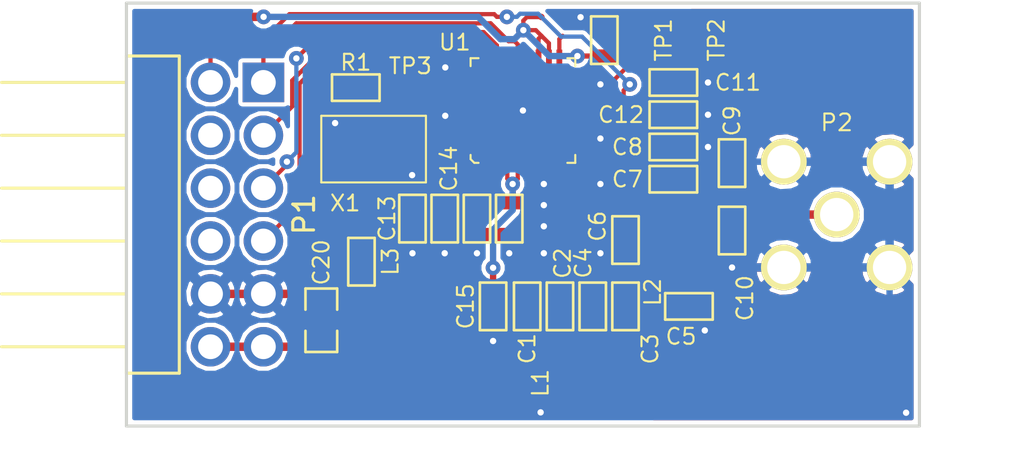
<source format=kicad_pcb>
(kicad_pcb (version 20171130) (host pcbnew 5.0.2+dfsg1-1)

  (general
    (thickness 1.6)
    (drawings 8)
    (tracks 340)
    (zones 0)
    (modules 30)
    (nets 31)
  )

  (page A4)
  (title_block
    (title "PMOD RFID interface")
    (date 2018-04-03)
    (company Agilack)
  )

  (layers
    (0 F.Cu signal)
    (31 B.Cu signal)
    (32 B.Adhes user)
    (33 F.Adhes user)
    (34 B.Paste user)
    (35 F.Paste user)
    (36 B.SilkS user)
    (37 F.SilkS user)
    (38 B.Mask user)
    (39 F.Mask user)
    (40 Dwgs.User user)
    (41 Cmts.User user)
    (42 Eco1.User user)
    (43 Eco2.User user)
    (44 Edge.Cuts user hide)
    (45 Margin user)
    (46 B.CrtYd user)
    (47 F.CrtYd user)
    (48 B.Fab user)
    (49 F.Fab user)
  )

  (setup
    (last_trace_width 0.2032)
    (user_trace_width 0.2032)
    (user_trace_width 0.3048)
    (user_trace_width 0.4064)
    (trace_clearance 0.1524)
    (zone_clearance 0.2032)
    (zone_45_only no)
    (trace_min 0.2)
    (segment_width 0.2)
    (edge_width 0.15)
    (via_size 0.6)
    (via_drill 0.4)
    (via_min_size 0.4)
    (via_min_drill 0.3)
    (user_via 0.7112 0.3048)
    (uvia_size 0.3)
    (uvia_drill 0.1)
    (uvias_allowed no)
    (uvia_min_size 0.2)
    (uvia_min_drill 0.1)
    (pcb_text_width 0.3)
    (pcb_text_size 1.5 1.5)
    (mod_edge_width 0.15)
    (mod_text_size 1 1)
    (mod_text_width 0.15)
    (pad_size 1.9 2)
    (pad_drill 1.19)
    (pad_to_mask_clearance 0.2)
    (solder_mask_min_width 0.25)
    (aux_axis_origin 0 0)
    (visible_elements FFFFFFFF)
    (pcbplotparams
      (layerselection 0x010ec_80000001)
      (usegerberextensions true)
      (usegerberattributes false)
      (usegerberadvancedattributes false)
      (creategerberjobfile false)
      (excludeedgelayer true)
      (linewidth 0.100000)
      (plotframeref false)
      (viasonmask false)
      (mode 1)
      (useauxorigin false)
      (hpglpennumber 1)
      (hpglpenspeed 20)
      (hpglpendiameter 15.000000)
      (psnegative false)
      (psa4output false)
      (plotreference true)
      (plotvalue true)
      (plotinvisibletext false)
      (padsonsilk false)
      (subtractmaskfromsilk false)
      (outputformat 1)
      (mirror false)
      (drillshape 0)
      (scaleselection 1)
      (outputdirectory "../prod/"))
  )

  (net 0 "")
  (net 1 "Net-(C1-Pad1)")
  (net 2 "Net-(C1-Pad2)")
  (net 3 "Net-(C3-Pad1)")
  (net 4 "Net-(C3-Pad2)")
  (net 5 "Net-(C10-Pad1)")
  (net 6 "Net-(C7-Pad2)")
  (net 7 "Net-(C11-Pad1)")
  (net 8 "Net-(C13-Pad1)")
  (net 9 "Net-(C15-Pad1)")
  (net 10 "Net-(P1-Pad9)")
  (net 11 "Net-(P1-Pad10)")
  (net 12 +Vrfid)
  (net 13 SPI_SCK)
  (net 14 "Net-(U1-Pad27)")
  (net 15 "Net-(R1-Pad2)")
  (net 16 "Net-(U1-Pad30)")
  (net 17 "Net-(U1-Pad31)")
  (net 18 "Net-(U1-Pad32)")
  (net 19 "Net-(TP2-Pad1)")
  (net 20 SPI_IT)
  (net 21 "Net-(TP1-Pad1)")
  (net 22 SPI_MOSI)
  (net 23 SPI_MISO)
  (net 24 "Net-(U1-Pad22)")
  (net 25 SPI_NSS)
  (net 26 "Net-(U1-Pad20)")
  (net 27 GND)
  (net 28 +3.3V)
  (net 29 RESET)
  (net 30 "Net-(U1-Pad17)")

  (net_class Default "This is the default net class."
    (clearance 0.1524)
    (trace_width 0.25)
    (via_dia 0.6)
    (via_drill 0.4)
    (uvia_dia 0.3)
    (uvia_drill 0.1)
    (add_net +3.3V)
    (add_net +Vrfid)
    (add_net GND)
    (add_net "Net-(C1-Pad1)")
    (add_net "Net-(C1-Pad2)")
    (add_net "Net-(C10-Pad1)")
    (add_net "Net-(C11-Pad1)")
    (add_net "Net-(C13-Pad1)")
    (add_net "Net-(C15-Pad1)")
    (add_net "Net-(C3-Pad1)")
    (add_net "Net-(C3-Pad2)")
    (add_net "Net-(C7-Pad2)")
    (add_net "Net-(P1-Pad10)")
    (add_net "Net-(P1-Pad9)")
    (add_net "Net-(R1-Pad2)")
    (add_net "Net-(TP1-Pad1)")
    (add_net "Net-(TP2-Pad1)")
    (add_net "Net-(U1-Pad17)")
    (add_net "Net-(U1-Pad20)")
    (add_net "Net-(U1-Pad22)")
    (add_net "Net-(U1-Pad27)")
    (add_net "Net-(U1-Pad30)")
    (add_net "Net-(U1-Pad31)")
    (add_net "Net-(U1-Pad32)")
    (add_net RESET)
    (add_net SPI_IT)
    (add_net SPI_MISO)
    (add_net SPI_MOSI)
    (add_net SPI_NSS)
    (add_net SPI_SCK)
  )

  (module pmod-rfid:SMD0603 (layer F.Cu) (tedit 5A344C15) (tstamp 5A33E05F)
    (at 148.7043 109.4105 90)
    (path /5A33BBB5)
    (attr smd)
    (fp_text reference C1 (at -2.032 0 90) (layer F.SilkS)
      (effects (font (size 0.762 0.762) (thickness 0.1016)))
    )
    (fp_text value 1,5nF (at 0 0 90) (layer F.SilkS) hide
      (effects (font (size 0.20066 0.20066) (thickness 0.0508)))
    )
    (fp_line (start -1.143 -0.635) (end 1.143 -0.635) (layer F.SilkS) (width 0.127))
    (fp_line (start 1.143 -0.635) (end 1.143 0.635) (layer F.SilkS) (width 0.127))
    (fp_line (start 1.143 0.635) (end -1.143 0.635) (layer F.SilkS) (width 0.127))
    (fp_line (start -1.143 0.635) (end -1.143 -0.635) (layer F.SilkS) (width 0.127))
    (pad 1 smd rect (at -0.762 0 90) (size 0.635 1.143) (layers F.Cu F.Paste F.Mask)
      (net 1 "Net-(C1-Pad1)"))
    (pad 2 smd rect (at 0.762 0 90) (size 0.635 1.143) (layers F.Cu F.Paste F.Mask)
      (net 2 "Net-(C1-Pad2)"))
    (model smd/chip_cms.wrl
      (at (xyz 0 0 0))
      (scale (xyz 0.08 0.08 0.08))
      (rotate (xyz 0 0 0))
    )
  )

  (module pmod-rfid:SMD0603 (layer F.Cu) (tedit 5A344C44) (tstamp 5A33E069)
    (at 150.2791 109.4105 90)
    (path /5A33BC24)
    (attr smd)
    (fp_text reference C2 (at 2.0701 0.127 90) (layer F.SilkS)
      (effects (font (size 0.762 0.762) (thickness 0.1016)))
    )
    (fp_text value 1,5nF (at 0 0 90) (layer F.SilkS) hide
      (effects (font (size 0.20066 0.20066) (thickness 0.0508)))
    )
    (fp_line (start -1.143 -0.635) (end 1.143 -0.635) (layer F.SilkS) (width 0.127))
    (fp_line (start 1.143 -0.635) (end 1.143 0.635) (layer F.SilkS) (width 0.127))
    (fp_line (start 1.143 0.635) (end -1.143 0.635) (layer F.SilkS) (width 0.127))
    (fp_line (start -1.143 0.635) (end -1.143 -0.635) (layer F.SilkS) (width 0.127))
    (pad 1 smd rect (at -0.762 0 90) (size 0.635 1.143) (layers F.Cu F.Paste F.Mask)
      (net 1 "Net-(C1-Pad1)"))
    (pad 2 smd rect (at 0.762 0 90) (size 0.635 1.143) (layers F.Cu F.Paste F.Mask)
      (net 2 "Net-(C1-Pad2)"))
    (model smd/chip_cms.wrl
      (at (xyz 0 0 0))
      (scale (xyz 0.08 0.08 0.08))
      (rotate (xyz 0 0 0))
    )
  )

  (module pmod-rfid:SMD0603 (layer F.Cu) (tedit 5A344C99) (tstamp 5A33E073)
    (at 153.4287 109.4105 90)
    (path /5A33CB20)
    (attr smd)
    (fp_text reference C3 (at -2.0447 1.1811 90) (layer F.SilkS)
      (effects (font (size 0.762 0.762) (thickness 0.1016)))
    )
    (fp_text value 1,2nF (at 0 0 90) (layer F.SilkS) hide
      (effects (font (size 0.20066 0.20066) (thickness 0.0508)))
    )
    (fp_line (start -1.143 -0.635) (end 1.143 -0.635) (layer F.SilkS) (width 0.127))
    (fp_line (start 1.143 -0.635) (end 1.143 0.635) (layer F.SilkS) (width 0.127))
    (fp_line (start 1.143 0.635) (end -1.143 0.635) (layer F.SilkS) (width 0.127))
    (fp_line (start -1.143 0.635) (end -1.143 -0.635) (layer F.SilkS) (width 0.127))
    (pad 1 smd rect (at -0.762 0 90) (size 0.635 1.143) (layers F.Cu F.Paste F.Mask)
      (net 3 "Net-(C3-Pad1)"))
    (pad 2 smd rect (at 0.762 0 90) (size 0.635 1.143) (layers F.Cu F.Paste F.Mask)
      (net 4 "Net-(C3-Pad2)"))
    (model smd/chip_cms.wrl
      (at (xyz 0 0 0))
      (scale (xyz 0.08 0.08 0.08))
      (rotate (xyz 0 0 0))
    )
  )

  (module pmod-rfid:SMD0603 (layer F.Cu) (tedit 5A344C7E) (tstamp 5A33E07D)
    (at 151.8539 109.4105 270)
    (path /5A33CBAB)
    (attr smd)
    (fp_text reference C4 (at -2.0828 0.4572 270) (layer F.SilkS)
      (effects (font (size 0.762 0.762) (thickness 0.1016)))
    )
    (fp_text value 1,2nF (at 0 0 270) (layer F.SilkS) hide
      (effects (font (size 0.20066 0.20066) (thickness 0.0508)))
    )
    (fp_line (start -1.143 -0.635) (end 1.143 -0.635) (layer F.SilkS) (width 0.127))
    (fp_line (start 1.143 -0.635) (end 1.143 0.635) (layer F.SilkS) (width 0.127))
    (fp_line (start 1.143 0.635) (end -1.143 0.635) (layer F.SilkS) (width 0.127))
    (fp_line (start -1.143 0.635) (end -1.143 -0.635) (layer F.SilkS) (width 0.127))
    (pad 1 smd rect (at -0.762 0 270) (size 0.635 1.143) (layers F.Cu F.Paste F.Mask)
      (net 4 "Net-(C3-Pad2)"))
    (pad 2 smd rect (at 0.762 0 270) (size 0.635 1.143) (layers F.Cu F.Paste F.Mask)
      (net 27 GND))
    (model smd/chip_cms.wrl
      (at (xyz 0 0 0))
      (scale (xyz 0.08 0.08 0.08))
      (rotate (xyz 0 0 0))
    )
  )

  (module pmod-rfid:SMD0603 (layer F.Cu) (tedit 5A344C8A) (tstamp 5A33E087)
    (at 156.4767 109.4105)
    (path /5A33D155)
    (attr smd)
    (fp_text reference C5 (at -0.381 1.4478) (layer F.SilkS)
      (effects (font (size 0.762 0.762) (thickness 0.1016)))
    )
    (fp_text value 680pF (at 0 0) (layer F.SilkS) hide
      (effects (font (size 0.20066 0.20066) (thickness 0.0508)))
    )
    (fp_line (start -1.143 -0.635) (end 1.143 -0.635) (layer F.SilkS) (width 0.127))
    (fp_line (start 1.143 -0.635) (end 1.143 0.635) (layer F.SilkS) (width 0.127))
    (fp_line (start 1.143 0.635) (end -1.143 0.635) (layer F.SilkS) (width 0.127))
    (fp_line (start -1.143 0.635) (end -1.143 -0.635) (layer F.SilkS) (width 0.127))
    (pad 1 smd rect (at -0.762 0) (size 0.635 1.143) (layers F.Cu F.Paste F.Mask)
      (net 3 "Net-(C3-Pad1)"))
    (pad 2 smd rect (at 0.762 0) (size 0.635 1.143) (layers F.Cu F.Paste F.Mask)
      (net 27 GND))
    (model smd/chip_cms.wrl
      (at (xyz 0 0 0))
      (scale (xyz 0.08 0.08 0.08))
      (rotate (xyz 0 0 0))
    )
  )

  (module pmod-rfid:SMD0603 (layer F.Cu) (tedit 5A344BBF) (tstamp 5A33E091)
    (at 153.4287 106.2228 270)
    (path /5A33DD00)
    (attr smd)
    (fp_text reference C6 (at -0.6604 1.3462 270) (layer F.SilkS)
      (effects (font (size 0.762 0.762) (thickness 0.1016)))
    )
    (fp_text value 10pF (at 0 0 270) (layer F.SilkS) hide
      (effects (font (size 0.20066 0.20066) (thickness 0.0508)))
    )
    (fp_line (start -1.143 -0.635) (end 1.143 -0.635) (layer F.SilkS) (width 0.127))
    (fp_line (start 1.143 -0.635) (end 1.143 0.635) (layer F.SilkS) (width 0.127))
    (fp_line (start 1.143 0.635) (end -1.143 0.635) (layer F.SilkS) (width 0.127))
    (fp_line (start -1.143 0.635) (end -1.143 -0.635) (layer F.SilkS) (width 0.127))
    (pad 1 smd rect (at -0.762 0 270) (size 0.635 1.143) (layers F.Cu F.Paste F.Mask)
      (net 5 "Net-(C10-Pad1)"))
    (pad 2 smd rect (at 0.762 0 270) (size 0.635 1.143) (layers F.Cu F.Paste F.Mask)
      (net 3 "Net-(C3-Pad1)"))
    (model smd/chip_cms.wrl
      (at (xyz 0 0 0))
      (scale (xyz 0.08 0.08 0.08))
      (rotate (xyz 0 0 0))
    )
  )

  (module pmod-rfid:SMD0603 (layer F.Cu) (tedit 5A33F874) (tstamp 5A33E09B)
    (at 155.7274 103.3018 180)
    (path /5A33DF91)
    (attr smd)
    (fp_text reference C7 (at 2.2098 0 180) (layer F.SilkS)
      (effects (font (size 0.762 0.762) (thickness 0.1016)))
    )
    (fp_text value 220pF (at 0 0 180) (layer F.SilkS) hide
      (effects (font (size 0.20066 0.20066) (thickness 0.0508)))
    )
    (fp_line (start -1.143 -0.635) (end 1.143 -0.635) (layer F.SilkS) (width 0.127))
    (fp_line (start 1.143 -0.635) (end 1.143 0.635) (layer F.SilkS) (width 0.127))
    (fp_line (start 1.143 0.635) (end -1.143 0.635) (layer F.SilkS) (width 0.127))
    (fp_line (start -1.143 0.635) (end -1.143 -0.635) (layer F.SilkS) (width 0.127))
    (pad 1 smd rect (at -0.762 0 180) (size 0.635 1.143) (layers F.Cu F.Paste F.Mask)
      (net 5 "Net-(C10-Pad1)"))
    (pad 2 smd rect (at 0.762 0 180) (size 0.635 1.143) (layers F.Cu F.Paste F.Mask)
      (net 6 "Net-(C7-Pad2)"))
    (model smd/chip_cms.wrl
      (at (xyz 0 0 0))
      (scale (xyz 0.08 0.08 0.08))
      (rotate (xyz 0 0 0))
    )
  )

  (module pmod-rfid:SMD0603 (layer F.Cu) (tedit 5A33F8E9) (tstamp 5A33E0A5)
    (at 155.7274 101.7524)
    (path /5A33E066)
    (attr smd)
    (fp_text reference C8 (at -2.2098 0) (layer F.SilkS)
      (effects (font (size 0.762 0.762) (thickness 0.1016)))
    )
    (fp_text value 680pF (at 0 0) (layer F.SilkS) hide
      (effects (font (size 0.20066 0.20066) (thickness 0.0508)))
    )
    (fp_line (start -1.143 -0.635) (end 1.143 -0.635) (layer F.SilkS) (width 0.127))
    (fp_line (start 1.143 -0.635) (end 1.143 0.635) (layer F.SilkS) (width 0.127))
    (fp_line (start 1.143 0.635) (end -1.143 0.635) (layer F.SilkS) (width 0.127))
    (fp_line (start -1.143 0.635) (end -1.143 -0.635) (layer F.SilkS) (width 0.127))
    (pad 1 smd rect (at -0.762 0) (size 0.635 1.143) (layers F.Cu F.Paste F.Mask)
      (net 6 "Net-(C7-Pad2)"))
    (pad 2 smd rect (at 0.762 0) (size 0.635 1.143) (layers F.Cu F.Paste F.Mask)
      (net 27 GND))
    (model smd/chip_cms.wrl
      (at (xyz 0 0 0))
      (scale (xyz 0.08 0.08 0.08))
      (rotate (xyz 0 0 0))
    )
  )

  (module pmod-rfid:SMD0603 (layer F.Cu) (tedit 5A33F92A) (tstamp 5A33E0AF)
    (at 158.5468 102.5271 90)
    (path /5A33FC1D)
    (attr smd)
    (fp_text reference C9 (at 2.032 0 90) (layer F.SilkS)
      (effects (font (size 0.762 0.762) (thickness 0.1016)))
    )
    (fp_text value 100pF (at 0 0 90) (layer F.SilkS) hide
      (effects (font (size 0.20066 0.20066) (thickness 0.0508)))
    )
    (fp_line (start -1.143 -0.635) (end 1.143 -0.635) (layer F.SilkS) (width 0.127))
    (fp_line (start 1.143 -0.635) (end 1.143 0.635) (layer F.SilkS) (width 0.127))
    (fp_line (start 1.143 0.635) (end -1.143 0.635) (layer F.SilkS) (width 0.127))
    (fp_line (start -1.143 0.635) (end -1.143 -0.635) (layer F.SilkS) (width 0.127))
    (pad 1 smd rect (at -0.762 0 90) (size 0.635 1.143) (layers F.Cu F.Paste F.Mask)
      (net 5 "Net-(C10-Pad1)"))
    (pad 2 smd rect (at 0.762 0 90) (size 0.635 1.143) (layers F.Cu F.Paste F.Mask)
      (net 27 GND))
    (model smd/chip_cms.wrl
      (at (xyz 0 0 0))
      (scale (xyz 0.08 0.08 0.08))
      (rotate (xyz 0 0 0))
    )
  )

  (module pmod-rfid:SMD0603 (layer F.Cu) (tedit 5A33F97F) (tstamp 5A33E0B9)
    (at 158.5468 105.7656 270)
    (path /5A3406CF)
    (attr smd)
    (fp_text reference C10 (at 3.2512 -0.6223 270) (layer F.SilkS)
      (effects (font (size 0.762 0.762) (thickness 0.1016)))
    )
    (fp_text value 27pF (at 0 0) (layer F.SilkS) hide
      (effects (font (size 0.20066 0.20066) (thickness 0.0508)))
    )
    (fp_line (start -1.143 -0.635) (end 1.143 -0.635) (layer F.SilkS) (width 0.127))
    (fp_line (start 1.143 -0.635) (end 1.143 0.635) (layer F.SilkS) (width 0.127))
    (fp_line (start 1.143 0.635) (end -1.143 0.635) (layer F.SilkS) (width 0.127))
    (fp_line (start -1.143 0.635) (end -1.143 -0.635) (layer F.SilkS) (width 0.127))
    (pad 1 smd rect (at -0.762 0 270) (size 0.635 1.143) (layers F.Cu F.Paste F.Mask)
      (net 5 "Net-(C10-Pad1)"))
    (pad 2 smd rect (at 0.762 0 270) (size 0.635 1.143) (layers F.Cu F.Paste F.Mask)
      (net 27 GND))
    (model smd/chip_cms.wrl
      (at (xyz 0 0 0))
      (scale (xyz 0.08 0.08 0.08))
      (rotate (xyz 0 0 0))
    )
  )

  (module pmod-rfid:SMD0603 (layer F.Cu) (tedit 5A344833) (tstamp 5A33E0C3)
    (at 155.7274 98.6536)
    (path /5A33E4E6)
    (attr smd)
    (fp_text reference C11 (at 3.0988 0) (layer F.SilkS)
      (effects (font (size 0.762 0.762) (thickness 0.1016)))
    )
    (fp_text value 2,2uF (at 0 0) (layer F.SilkS) hide
      (effects (font (size 0.20066 0.20066) (thickness 0.0508)))
    )
    (fp_line (start -1.143 -0.635) (end 1.143 -0.635) (layer F.SilkS) (width 0.127))
    (fp_line (start 1.143 -0.635) (end 1.143 0.635) (layer F.SilkS) (width 0.127))
    (fp_line (start 1.143 0.635) (end -1.143 0.635) (layer F.SilkS) (width 0.127))
    (fp_line (start -1.143 0.635) (end -1.143 -0.635) (layer F.SilkS) (width 0.127))
    (pad 1 smd rect (at -0.762 0) (size 0.635 1.143) (layers F.Cu F.Paste F.Mask)
      (net 7 "Net-(C11-Pad1)"))
    (pad 2 smd rect (at 0.762 0) (size 0.635 1.143) (layers F.Cu F.Paste F.Mask)
      (net 27 GND))
    (model smd/chip_cms.wrl
      (at (xyz 0 0 0))
      (scale (xyz 0.08 0.08 0.08))
      (rotate (xyz 0 0 0))
    )
  )

  (module pmod-rfid:SMD0603 (layer F.Cu) (tedit 5A33F905) (tstamp 5A33E0CD)
    (at 155.7274 100.203)
    (path /5A33E491)
    (attr smd)
    (fp_text reference C12 (at -2.5146 0) (layer F.SilkS)
      (effects (font (size 0.762 0.762) (thickness 0.1016)))
    )
    (fp_text value 10nF (at 0 0) (layer F.SilkS) hide
      (effects (font (size 0.20066 0.20066) (thickness 0.0508)))
    )
    (fp_line (start -1.143 -0.635) (end 1.143 -0.635) (layer F.SilkS) (width 0.127))
    (fp_line (start 1.143 -0.635) (end 1.143 0.635) (layer F.SilkS) (width 0.127))
    (fp_line (start 1.143 0.635) (end -1.143 0.635) (layer F.SilkS) (width 0.127))
    (fp_line (start -1.143 0.635) (end -1.143 -0.635) (layer F.SilkS) (width 0.127))
    (pad 1 smd rect (at -0.762 0) (size 0.635 1.143) (layers F.Cu F.Paste F.Mask)
      (net 7 "Net-(C11-Pad1)"))
    (pad 2 smd rect (at 0.762 0) (size 0.635 1.143) (layers F.Cu F.Paste F.Mask)
      (net 27 GND))
    (model smd/chip_cms.wrl
      (at (xyz 0 0 0))
      (scale (xyz 0.08 0.08 0.08))
      (rotate (xyz 0 0 0))
    )
  )

  (module pmod-rfid:SMD0603 (layer F.Cu) (tedit 5A3464D1) (tstamp 5A33E0D7)
    (at 143.1925 105.1941 270)
    (path /5A33C0E7)
    (attr smd)
    (fp_text reference C13 (at -0.0041 1.2225 270) (layer F.SilkS)
      (effects (font (size 0.762 0.762) (thickness 0.1016)))
    )
    (fp_text value 2,2uF (at 0 0 270) (layer F.SilkS) hide
      (effects (font (size 0.20066 0.20066) (thickness 0.0508)))
    )
    (fp_line (start -1.143 -0.635) (end 1.143 -0.635) (layer F.SilkS) (width 0.127))
    (fp_line (start 1.143 -0.635) (end 1.143 0.635) (layer F.SilkS) (width 0.127))
    (fp_line (start 1.143 0.635) (end -1.143 0.635) (layer F.SilkS) (width 0.127))
    (fp_line (start -1.143 0.635) (end -1.143 -0.635) (layer F.SilkS) (width 0.127))
    (pad 1 smd rect (at -0.762 0 270) (size 0.635 1.143) (layers F.Cu F.Paste F.Mask)
      (net 8 "Net-(C13-Pad1)"))
    (pad 2 smd rect (at 0.762 0 270) (size 0.635 1.143) (layers F.Cu F.Paste F.Mask)
      (net 27 GND))
    (model smd/chip_cms.wrl
      (at (xyz 0 0 0))
      (scale (xyz 0.08 0.08 0.08))
      (rotate (xyz 0 0 0))
    )
  )

  (module pmod-rfid:SMD0603 (layer F.Cu) (tedit 5A3464EC) (tstamp 5A33E0E1)
    (at 144.7419 105.1941 270)
    (path /5A33C0A0)
    (attr smd)
    (fp_text reference C14 (at -2.4041 -0.1981 270) (layer F.SilkS)
      (effects (font (size 0.762 0.762) (thickness 0.1016)))
    )
    (fp_text value 10nF (at 0 0 270) (layer F.SilkS) hide
      (effects (font (size 0.20066 0.20066) (thickness 0.0508)))
    )
    (fp_line (start -1.143 -0.635) (end 1.143 -0.635) (layer F.SilkS) (width 0.127))
    (fp_line (start 1.143 -0.635) (end 1.143 0.635) (layer F.SilkS) (width 0.127))
    (fp_line (start 1.143 0.635) (end -1.143 0.635) (layer F.SilkS) (width 0.127))
    (fp_line (start -1.143 0.635) (end -1.143 -0.635) (layer F.SilkS) (width 0.127))
    (pad 1 smd rect (at -0.762 0 270) (size 0.635 1.143) (layers F.Cu F.Paste F.Mask)
      (net 8 "Net-(C13-Pad1)"))
    (pad 2 smd rect (at 0.762 0 270) (size 0.635 1.143) (layers F.Cu F.Paste F.Mask)
      (net 27 GND))
    (model smd/chip_cms.wrl
      (at (xyz 0 0 0))
      (scale (xyz 0.08 0.08 0.08))
      (rotate (xyz 0 0 0))
    )
  )

  (module pmod-rfid:SMD0603 (layer F.Cu) (tedit 5A344C29) (tstamp 5A33E0EB)
    (at 147.066 109.4105 270)
    (path /5A341D2A)
    (attr smd)
    (fp_text reference C15 (at 0 1.3208 270) (layer F.SilkS)
      (effects (font (size 0.762 0.762) (thickness 0.1016)))
    )
    (fp_text value 2,2uF (at 0 0 270) (layer F.SilkS) hide
      (effects (font (size 0.20066 0.20066) (thickness 0.0508)))
    )
    (fp_line (start -1.143 -0.635) (end 1.143 -0.635) (layer F.SilkS) (width 0.127))
    (fp_line (start 1.143 -0.635) (end 1.143 0.635) (layer F.SilkS) (width 0.127))
    (fp_line (start 1.143 0.635) (end -1.143 0.635) (layer F.SilkS) (width 0.127))
    (fp_line (start -1.143 0.635) (end -1.143 -0.635) (layer F.SilkS) (width 0.127))
    (pad 1 smd rect (at -0.762 0 270) (size 0.635 1.143) (layers F.Cu F.Paste F.Mask)
      (net 9 "Net-(C15-Pad1)"))
    (pad 2 smd rect (at 0.762 0 270) (size 0.635 1.143) (layers F.Cu F.Paste F.Mask)
      (net 27 GND))
    (model smd/chip_cms.wrl
      (at (xyz 0 0 0))
      (scale (xyz 0.08 0.08 0.08))
      (rotate (xyz 0 0 0))
    )
  )

  (module pmod-rfid:SMD0603 (layer F.Cu) (tedit 5950E543) (tstamp 5A33E0F5)
    (at 147.8407 105.1941 270)
    (path /5A341DC9)
    (attr smd)
    (fp_text reference C16 (at 0 -1.1557 270) (layer F.SilkS) hide
      (effects (font (size 0.5 0.5) (thickness 0.1016)))
    )
    (fp_text value 10nF (at 0 0 270) (layer F.SilkS) hide
      (effects (font (size 0.20066 0.20066) (thickness 0.0508)))
    )
    (fp_line (start -1.143 -0.635) (end 1.143 -0.635) (layer F.SilkS) (width 0.127))
    (fp_line (start 1.143 -0.635) (end 1.143 0.635) (layer F.SilkS) (width 0.127))
    (fp_line (start 1.143 0.635) (end -1.143 0.635) (layer F.SilkS) (width 0.127))
    (fp_line (start -1.143 0.635) (end -1.143 -0.635) (layer F.SilkS) (width 0.127))
    (pad 1 smd rect (at -0.762 0 270) (size 0.635 1.143) (layers F.Cu F.Paste F.Mask)
      (net 9 "Net-(C15-Pad1)"))
    (pad 2 smd rect (at 0.762 0 270) (size 0.635 1.143) (layers F.Cu F.Paste F.Mask)
      (net 27 GND))
    (model smd/chip_cms.wrl
      (at (xyz 0 0 0))
      (scale (xyz 0.08 0.08 0.08))
      (rotate (xyz 0 0 0))
    )
  )

  (module pmod-rfid:CONN_PMOD-Male (layer F.Cu) (tedit 5A43B6CE) (tstamp 5A33E105)
    (at 133.49 105 90)
    (path /5A33ACBD)
    (fp_text reference P1 (at 0 4.4958 90) (layer F.SilkS)
      (effects (font (size 1 1) (thickness 0.15)))
    )
    (fp_text value PMOD (at 0 -2.77 90) (layer F.Fab)
      (effects (font (size 1 1) (thickness 0.15)))
    )
    (fp_line (start 6.35 -10.04) (end 6.35 -4.04) (layer F.SilkS) (width 0.15))
    (fp_line (start 3.81 -10.04) (end 3.81 -4.04) (layer F.SilkS) (width 0.15))
    (fp_line (start 1.27 -10.04) (end 1.27 -4.04) (layer F.SilkS) (width 0.15))
    (fp_line (start -1.27 -10.04) (end -1.27 -4.04) (layer F.SilkS) (width 0.15))
    (fp_line (start -3.81 -10.04) (end -3.81 -4.04) (layer F.SilkS) (width 0.15))
    (fp_line (start -6.35 -10.04) (end -6.35 -4.04) (layer F.SilkS) (width 0.15))
    (fp_line (start -7.62 -1.5) (end 7.62 -1.5) (layer F.SilkS) (width 0.15))
    (fp_line (start 7.62 -1.5) (end 7.62 -4.04) (layer F.SilkS) (width 0.15))
    (fp_line (start 7.62 -4.04) (end -7.62 -4.04) (layer F.SilkS) (width 0.15))
    (fp_line (start -7.62 -1.5) (end -7.62 -4.04) (layer F.SilkS) (width 0.15))
    (pad 1 thru_hole rect (at 6.35 2.54 90) (size 1.9 2) (drill 1.19) (layers *.Cu *.Mask)
      (net 25 SPI_NSS))
    (pad 2 thru_hole circle (at 3.81 2.54 90) (size 1.9 1.9) (drill 1.19) (layers *.Cu *.Mask)
      (net 22 SPI_MOSI))
    (pad 3 thru_hole circle (at 1.27 2.54 90) (size 1.9 1.9) (drill 1.19) (layers *.Cu *.Mask)
      (net 23 SPI_MISO))
    (pad 4 thru_hole circle (at -1.27 2.54 90) (size 1.9 1.9) (drill 1.19) (layers *.Cu *.Mask)
      (net 13 SPI_SCK))
    (pad 5 thru_hole circle (at -3.81 2.54 90) (size 1.9 1.9) (drill 1.19) (layers *.Cu *.Mask)
      (net 27 GND))
    (pad 6 thru_hole circle (at -6.35 2.54 90) (size 1.9 1.9) (drill 1.19) (layers *.Cu *.Mask)
      (net 28 +3.3V))
    (pad 7 thru_hole circle (at 6.35 0 90) (size 1.9 1.9) (drill 1.19) (layers *.Cu *.Mask)
      (net 20 SPI_IT))
    (pad 8 thru_hole circle (at 3.81 0 90) (size 1.9 1.9) (drill 1.19) (layers *.Cu *.Mask)
      (net 29 RESET))
    (pad 9 thru_hole circle (at 1.27 0 90) (size 1.9 1.9) (drill 1.19) (layers *.Cu *.Mask)
      (net 10 "Net-(P1-Pad9)"))
    (pad 10 thru_hole circle (at -1.27 0 90) (size 1.9 1.9) (drill 1.19) (layers *.Cu *.Mask)
      (net 11 "Net-(P1-Pad10)"))
    (pad 11 thru_hole circle (at -3.81 0 90) (size 1.9 1.9) (drill 1.19) (layers *.Cu *.Mask)
      (net 27 GND))
    (pad 12 thru_hole circle (at -6.35 0 90) (size 1.9 1.9) (drill 1.19) (layers *.Cu *.Mask)
      (net 28 +3.3V))
  )

  (module pmod-rfid:QFN32 locked (layer F.Cu) (tedit 5A3446F5) (tstamp 5A33E133)
    (at 148.5 100)
    (descr "Support CMS QFN 40 pins")
    (tags "CMS Plcc")
    (path /5A33ADB8)
    (attr smd)
    (fp_text reference U1 (at -3.2755 -3.2768) (layer F.SilkS)
      (effects (font (size 0.762 0.762) (thickness 0.1016)))
    )
    (fp_text value TRF7970 (at 0.0011 1.727) (layer F.SilkS) hide
      (effects (font (size 0.2 0.2) (thickness 0.05)))
    )
    (fp_line (start -2.1336 2.5146) (end -2.3368 2.5146) (layer F.SilkS) (width 0.1016))
    (fp_line (start -2.3368 2.5146) (end -2.5146 2.3368) (layer F.SilkS) (width 0.1016))
    (fp_line (start -2.5146 2.3368) (end -2.5146 2.1336) (layer F.SilkS) (width 0.1016))
    (fp_line (start -2.5146 -2.5146) (end -2.5146 -2.1336) (layer F.SilkS) (width 0.1016))
    (fp_line (start -2.5146 -2.5146) (end -2.1336 -2.5146) (layer F.SilkS) (width 0.1016))
    (fp_line (start 2.5146 -2.5146) (end 2.1336 -2.5146) (layer F.SilkS) (width 0.1016))
    (fp_line (start 2.5146 -2.5146) (end 2.5146 -2.1336) (layer F.SilkS) (width 0.1016))
    (fp_line (start 2.5146 2.5146) (end 2.5146 2.1336) (layer F.SilkS) (width 0.1016))
    (fp_line (start 2.5146 2.5146) (end 2.1336 2.5146) (layer F.SilkS) (width 0.1016))
    (pad 16 smd rect (at 2.49936 -1.75006 90) (size 0.2794 0.8509) (layers F.Cu F.Paste F.Mask)
      (net 12 +Vrfid))
    (pad 17 smd rect (at 1.75006 -2.49936) (size 0.2794 0.8509) (layers F.Cu F.Paste F.Mask)
      (net 30 "Net-(U1-Pad17)"))
    (pad 25 smd rect (at -2.49936 -1.75006 90) (size 0.2794 0.8509) (layers F.Cu F.Paste F.Mask)
      (net 27 GND))
    (pad 26 smd rect (at -2.49936 -1.24968 90) (size 0.2794 0.8509) (layers F.Cu F.Paste F.Mask)
      (net 13 SPI_SCK))
    (pad 27 smd rect (at -2.49936 -0.7493 90) (size 0.2794 0.8509) (layers F.Cu F.Paste F.Mask)
      (net 14 "Net-(U1-Pad27)"))
    (pad 28 smd rect (at -2.49936 -0.24892 90) (size 0.2794 0.8509) (layers F.Cu F.Paste F.Mask)
      (net 15 "Net-(R1-Pad2)"))
    (pad 30 smd rect (at -2.49936 0.7493 90) (size 0.2794 0.8509) (layers F.Cu F.Paste F.Mask)
      (net 16 "Net-(U1-Pad30)"))
    (pad 31 smd rect (at -2.49936 1.24968 90) (size 0.2794 0.8509) (layers F.Cu F.Paste F.Mask)
      (net 17 "Net-(U1-Pad31)"))
    (pad 5 smd rect (at 0.24892 2.49936) (size 0.2794 0.8509) (layers F.Cu F.Paste F.Mask)
      (net 2 "Net-(C1-Pad2)"))
    (pad 32 smd rect (at -2.49936 1.75006 90) (size 0.2794 0.8509) (layers F.Cu F.Paste F.Mask)
      (net 18 "Net-(U1-Pad32)"))
    (pad 1 smd rect (at -1.75006 2.49936) (size 0.2794 0.8509) (layers F.Cu F.Paste F.Mask)
      (net 8 "Net-(C13-Pad1)"))
    (pad 2 smd rect (at -1.24968 2.49936) (size 0.2794 0.8509) (layers F.Cu F.Paste F.Mask)
      (net 12 +Vrfid))
    (pad 3 smd rect (at -0.7493 2.49936) (size 0.2794 0.8509) (layers F.Cu F.Paste F.Mask)
      (net 9 "Net-(C15-Pad1)"))
    (pad 4 smd rect (at -0.24892 2.49936) (size 0.2794 0.8509) (layers F.Cu F.Paste F.Mask)
      (net 9 "Net-(C15-Pad1)"))
    (pad 6 smd rect (at 0.7493 2.49936) (size 0.2794 0.8509) (layers F.Cu F.Paste F.Mask)
      (net 27 GND))
    (pad 7 smd rect (at 1.24968 2.49936) (size 0.2794 0.8509) (layers F.Cu F.Paste F.Mask)
      (net 27 GND))
    (pad 8 smd rect (at 1.75006 2.49936) (size 0.2794 0.8509) (layers F.Cu F.Paste F.Mask)
      (net 4 "Net-(C3-Pad2)"))
    (pad 9 smd rect (at 2.49936 1.75006 90) (size 0.2794 0.8509) (layers F.Cu F.Paste F.Mask)
      (net 6 "Net-(C7-Pad2)"))
    (pad 10 smd rect (at 2.49936 1.24968 90) (size 0.2794 0.8509) (layers F.Cu F.Paste F.Mask)
      (net 27 GND))
    (pad 11 smd rect (at 2.49936 0.7493 90) (size 0.2794 0.8509) (layers F.Cu F.Paste F.Mask)
      (net 7 "Net-(C11-Pad1)"))
    (pad 12 smd rect (at 2.49936 0.24892 90) (size 0.2794 0.8509) (layers F.Cu F.Paste F.Mask)
      (net 19 "Net-(TP2-Pad1)"))
    (pad 13 smd rect (at 2.49936 -0.24892 90) (size 0.2794 0.8509) (layers F.Cu F.Paste F.Mask)
      (net 20 SPI_IT))
    (pad 14 smd rect (at 2.49936 -0.7493 90) (size 0.2794 0.8509) (layers F.Cu F.Paste F.Mask)
      (net 21 "Net-(TP1-Pad1)"))
    (pad 15 smd rect (at 2.49936 -1.24968 90) (size 0.2794 0.8509) (layers F.Cu F.Paste F.Mask)
      (net 27 GND))
    (pad PAD smd rect (at 0 0) (size 2.99974 2.99974) (layers F.Cu F.Paste F.Mask)
      (net 27 GND))
    (pad 29 smd rect (at -2.49936 0.24892 90) (size 0.2794 0.8509) (layers F.Cu F.Paste F.Mask)
      (net 27 GND))
    (pad 24 smd rect (at -1.75006 -2.49936) (size 0.2794 0.8509) (layers F.Cu F.Paste F.Mask)
      (net 22 SPI_MOSI))
    (pad 23 smd rect (at -1.24968 -2.49936) (size 0.2794 0.8509) (layers F.Cu F.Paste F.Mask)
      (net 23 SPI_MISO))
    (pad 22 smd rect (at -0.7493 -2.49936) (size 0.2794 0.8509) (layers F.Cu F.Paste F.Mask)
      (net 24 "Net-(U1-Pad22)"))
    (pad 21 smd rect (at -0.24892 -2.49936) (size 0.2794 0.8509) (layers F.Cu F.Paste F.Mask)
      (net 25 SPI_NSS))
    (pad 20 smd rect (at 0.24892 -2.49936) (size 0.2794 0.8509) (layers F.Cu F.Paste F.Mask)
      (net 26 "Net-(U1-Pad20)"))
    (pad 19 smd rect (at 0.7493 -2.49936) (size 0.2794 0.8509) (layers F.Cu F.Paste F.Mask)
      (net 12 +Vrfid))
    (pad 18 smd rect (at 1.24968 -2.49936) (size 0.2794 0.8509) (layers F.Cu F.Paste F.Mask)
      (net 12 +Vrfid))
  )

  (module pmod-rfid:SMD0603 (layer F.Cu) (tedit 5950E543) (tstamp 5A33E239)
    (at 152.41 96.62 90)
    (path /5A3471D7)
    (attr smd)
    (fp_text reference C18 (at 0 -1.1557 90) (layer F.SilkS) hide
      (effects (font (size 0.5 0.5) (thickness 0.1016)))
    )
    (fp_text value 100nF (at 0 0 90) (layer F.SilkS) hide
      (effects (font (size 0.20066 0.20066) (thickness 0.0508)))
    )
    (fp_line (start -1.143 -0.635) (end 1.143 -0.635) (layer F.SilkS) (width 0.127))
    (fp_line (start 1.143 -0.635) (end 1.143 0.635) (layer F.SilkS) (width 0.127))
    (fp_line (start 1.143 0.635) (end -1.143 0.635) (layer F.SilkS) (width 0.127))
    (fp_line (start -1.143 0.635) (end -1.143 -0.635) (layer F.SilkS) (width 0.127))
    (pad 1 smd rect (at -0.762 0 90) (size 0.635 1.143) (layers F.Cu F.Paste F.Mask)
      (net 12 +Vrfid))
    (pad 2 smd rect (at 0.762 0 90) (size 0.635 1.143) (layers F.Cu F.Paste F.Mask)
      (net 27 GND))
    (model smd/chip_cms.wrl
      (at (xyz 0 0 0))
      (scale (xyz 0.08 0.08 0.08))
      (rotate (xyz 0 0 0))
    )
  )

  (module pmod-rfid:I_1008CS locked (layer F.Cu) (tedit 5A344C5C) (tstamp 5A33E54C)
    (at 151.8539 112.649)
    (path /5A33BE84)
    (fp_text reference L1 (at -2.5146 0.4445 90) (layer F.SilkS)
      (effects (font (size 0.762 0.762) (thickness 0.1016)))
    )
    (fp_text value INDUCTOR (at 0 0 90) (layer F.SilkS) hide
      (effects (font (size 0.508 0.508) (thickness 0.127)))
    )
    (pad 1 smd rect (at -1.145 0) (size 1.02 2.54) (layers F.Cu F.Paste F.Mask)
      (net 1 "Net-(C1-Pad1)"))
    (pad 2 smd rect (at 1.145 0) (size 1.02 2.54) (layers F.Cu F.Paste F.Mask)
      (net 3 "Net-(C3-Pad1)"))
  )

  (module pmod-rfid:I_1008CS (layer F.Cu) (tedit 5A33F780) (tstamp 5A33E552)
    (at 155.7274 106.2228 90)
    (path /5A33DC81)
    (fp_text reference L2 (at -2.5019 -0.9906 90) (layer F.SilkS)
      (effects (font (size 0.762 0.762) (thickness 0.1016)))
    )
    (fp_text value 330nH (at 0 0 180) (layer F.SilkS) hide
      (effects (font (size 0.508 0.508) (thickness 0.127)))
    )
    (pad 1 smd rect (at -1.145 0 90) (size 1.02 2.54) (layers F.Cu F.Paste F.Mask)
      (net 3 "Net-(C3-Pad1)"))
    (pad 2 smd rect (at 1.145 0 90) (size 1.02 2.54) (layers F.Cu F.Paste F.Mask)
      (net 5 "Net-(C10-Pad1)"))
  )

  (module pmod-rfid:TP_SMD (layer F.Cu) (tedit 5A344800) (tstamp 5A33E557)
    (at 153.9494 96.6089)
    (path /5A33EB46)
    (fp_text reference TP1 (at 1.3081 0 90) (layer F.SilkS)
      (effects (font (size 0.762 0.762) (thickness 0.1016)))
    )
    (fp_text value CONN_1 (at 0 1.016) (layer F.SilkS) hide
      (effects (font (size 0.20066 0.20066) (thickness 0.04826)))
    )
    (pad 1 smd circle (at 0 0) (size 1.19888 1.19888) (layers F.Cu F.Paste F.Mask)
      (net 21 "Net-(TP1-Pad1)"))
  )

  (module pmod-rfid:TP_SMD (layer F.Cu) (tedit 5A344814) (tstamp 5A33E55C)
    (at 156.4894 96.6089)
    (path /5A33EBEB)
    (fp_text reference TP2 (at 1.3081 0 90) (layer F.SilkS)
      (effects (font (size 0.762 0.762) (thickness 0.1016)))
    )
    (fp_text value CONN_1 (at 0 1.016) (layer F.SilkS) hide
      (effects (font (size 0.20066 0.20066) (thickness 0.04826)))
    )
    (pad 1 smd circle (at 0 0) (size 1.19888 1.19888) (layers F.Cu F.Paste F.Mask)
      (net 19 "Net-(TP2-Pad1)"))
  )

  (module pmod-rfid:CONN_SMA_RA locked (layer F.Cu) (tedit 51EE86B5) (tstamp 5A33F47D)
    (at 163.576 105)
    (path /5A33B005)
    (fp_text reference P2 (at 0 -4.4196) (layer F.SilkS)
      (effects (font (size 0.8001 0.8001) (thickness 0.1016)))
    )
    (fp_text value ANTENNA (at 0 1.8542) (layer F.SilkS) hide
      (effects (font (size 0.635 0.635) (thickness 0.09906)))
    )
    (pad 2 thru_hole circle (at -2.54 -2.54) (size 2.19964 2.19964) (drill 1.6002) (layers *.Cu *.Mask F.SilkS)
      (net 27 GND))
    (pad 2 thru_hole circle (at 2.54 -2.54) (size 2.19964 2.19964) (drill 1.6002) (layers *.Cu *.Mask F.SilkS)
      (net 27 GND))
    (pad 2 thru_hole circle (at -2.54 2.54) (size 2.19964 2.19964) (drill 1.6002) (layers *.Cu *.Mask F.SilkS)
      (net 27 GND))
    (pad 2 thru_hole circle (at 2.54 2.54) (size 2.19964 2.19964) (drill 1.6002) (layers *.Cu *.Mask F.SilkS)
      (net 27 GND))
    (pad 1 thru_hole circle (at 0 0) (size 2.19964 2.19964) (drill 1.6002) (layers *.Cu *.Mask F.SilkS)
      (net 5 "Net-(C10-Pad1)"))
  )

  (module pmod-rfid:SMD0603 (layer F.Cu) (tedit 5950E543) (tstamp 5A343DFA)
    (at 146.2913 105.1941 270)
    (path /5A348948)
    (attr smd)
    (fp_text reference C19 (at 0 -1.1557 270) (layer F.SilkS) hide
      (effects (font (size 0.5 0.5) (thickness 0.1016)))
    )
    (fp_text value 100nF (at 0 0 270) (layer F.SilkS) hide
      (effects (font (size 0.20066 0.20066) (thickness 0.0508)))
    )
    (fp_line (start -1.143 -0.635) (end 1.143 -0.635) (layer F.SilkS) (width 0.127))
    (fp_line (start 1.143 -0.635) (end 1.143 0.635) (layer F.SilkS) (width 0.127))
    (fp_line (start 1.143 0.635) (end -1.143 0.635) (layer F.SilkS) (width 0.127))
    (fp_line (start -1.143 0.635) (end -1.143 -0.635) (layer F.SilkS) (width 0.127))
    (pad 1 smd rect (at -0.762 0 270) (size 0.635 1.143) (layers F.Cu F.Paste F.Mask)
      (net 12 +Vrfid))
    (pad 2 smd rect (at 0.762 0 270) (size 0.635 1.143) (layers F.Cu F.Paste F.Mask)
      (net 27 GND))
    (model smd/chip_cms.wrl
      (at (xyz 0 0 0))
      (scale (xyz 0.08 0.08 0.08))
      (rotate (xyz 0 0 0))
    )
  )

  (module pmod-rfid:SMD0805 (layer F.Cu) (tedit 5A3449E6) (tstamp 5A343E00)
    (at 138.8137 110.077 90)
    (path /5A349D1E)
    (attr smd)
    (fp_text reference C20 (at 2.7813 0 90) (layer F.SilkS)
      (effects (font (size 0.762 0.762) (thickness 0.1016)))
    )
    (fp_text value C (at 0 0 90) (layer F.SilkS) hide
      (effects (font (size 0.635 0.635) (thickness 0.127)))
    )
    (fp_line (start -0.508 0.762) (end -1.524 0.762) (layer F.SilkS) (width 0.127))
    (fp_line (start -1.524 0.762) (end -1.524 -0.762) (layer F.SilkS) (width 0.127))
    (fp_line (start -1.524 -0.762) (end -0.508 -0.762) (layer F.SilkS) (width 0.127))
    (fp_line (start 0.508 -0.762) (end 1.524 -0.762) (layer F.SilkS) (width 0.127))
    (fp_line (start 1.524 -0.762) (end 1.524 0.762) (layer F.SilkS) (width 0.127))
    (fp_line (start 1.524 0.762) (end 0.508 0.762) (layer F.SilkS) (width 0.127))
    (pad 1 smd rect (at -0.9525 0 90) (size 0.889 1.397) (layers F.Cu F.Paste F.Mask)
      (net 28 +3.3V))
    (pad 2 smd rect (at 0.9525 0 90) (size 0.889 1.397) (layers F.Cu F.Paste F.Mask)
      (net 27 GND))
    (model smd/chip_cms.wrl
      (at (xyz 0 0 0))
      (scale (xyz 0.1 0.1 0.1))
      (rotate (xyz 0 0 0))
    )
  )

  (module pmod-rfid:SMD0603 (layer F.Cu) (tedit 5A3464B8) (tstamp 5A343E06)
    (at 140.7414 107.2642 90)
    (path /5A348FDF)
    (attr smd)
    (fp_text reference L3 (at 0.0042 1.3886 90) (layer F.SilkS)
      (effects (font (size 0.762 0.762) (thickness 0.1016)))
    )
    (fp_text value FB1000 (at 0 0 90) (layer F.SilkS) hide
      (effects (font (size 0.20066 0.20066) (thickness 0.0508)))
    )
    (fp_line (start -1.143 -0.635) (end 1.143 -0.635) (layer F.SilkS) (width 0.127))
    (fp_line (start 1.143 -0.635) (end 1.143 0.635) (layer F.SilkS) (width 0.127))
    (fp_line (start 1.143 0.635) (end -1.143 0.635) (layer F.SilkS) (width 0.127))
    (fp_line (start -1.143 0.635) (end -1.143 -0.635) (layer F.SilkS) (width 0.127))
    (pad 1 smd rect (at -0.762 0 90) (size 0.635 1.143) (layers F.Cu F.Paste F.Mask)
      (net 28 +3.3V))
    (pad 2 smd rect (at 0.762 0 90) (size 0.635 1.143) (layers F.Cu F.Paste F.Mask)
      (net 12 +Vrfid))
    (model smd/chip_cms.wrl
      (at (xyz 0 0 0))
      (scale (xyz 0.08 0.08 0.08))
      (rotate (xyz 0 0 0))
    )
  )

  (module pmod-rfid:SMD0603 (layer F.Cu) (tedit 5A346507) (tstamp 5A343E0C)
    (at 140.47 98.9)
    (path /5A34538C)
    (attr smd)
    (fp_text reference R1 (at 0 -1.21) (layer F.SilkS)
      (effects (font (size 0.762 0.762) (thickness 0.1016)))
    )
    (fp_text value 10k (at 0 0) (layer F.SilkS) hide
      (effects (font (size 0.20066 0.20066) (thickness 0.0508)))
    )
    (fp_line (start -1.143 -0.635) (end 1.143 -0.635) (layer F.SilkS) (width 0.127))
    (fp_line (start 1.143 -0.635) (end 1.143 0.635) (layer F.SilkS) (width 0.127))
    (fp_line (start 1.143 0.635) (end -1.143 0.635) (layer F.SilkS) (width 0.127))
    (fp_line (start -1.143 0.635) (end -1.143 -0.635) (layer F.SilkS) (width 0.127))
    (pad 1 smd rect (at -0.762 0) (size 0.635 1.143) (layers F.Cu F.Paste F.Mask)
      (net 12 +Vrfid))
    (pad 2 smd rect (at 0.762 0) (size 0.635 1.143) (layers F.Cu F.Paste F.Mask)
      (net 15 "Net-(R1-Pad2)"))
    (model smd/chip_cms.wrl
      (at (xyz 0 0 0))
      (scale (xyz 0.08 0.08 0.08))
      (rotate (xyz 0 0 0))
    )
  )

  (module pmod-rfid:TP_SMD (layer F.Cu) (tedit 5A346526) (tstamp 5A344804)
    (at 143.18 99.18)
    (path /5A34556C)
    (fp_text reference TP3 (at -0.09 -1.32) (layer F.SilkS)
      (effects (font (size 0.762 0.762) (thickness 0.1016)))
    )
    (fp_text value CONN_1 (at 0 1.016) (layer F.SilkS) hide
      (effects (font (size 0.20066 0.20066) (thickness 0.04826)))
    )
    (pad 1 smd circle (at 0 0) (size 1.19888 1.19888) (layers F.Cu F.Paste F.Mask)
      (net 15 "Net-(R1-Pad2)"))
  )

  (module pmod-rfid:Q_SMD5x3 (layer F.Cu) (tedit 5A346553) (tstamp 5A344810)
    (at 141.3256 101.854)
    (path /5A344189)
    (fp_text reference X1 (at -1.3656 2.596) (layer F.SilkS)
      (effects (font (size 0.762 0.762) (thickness 0.1016)))
    )
    (fp_text value 13,56MHz (at 0 0.2032) (layer F.SilkS) hide
      (effects (font (size 0.20066 0.20066) (thickness 0.0508)))
    )
    (fp_line (start -2.5146 -1.6002) (end 2.5146 -1.6002) (layer F.SilkS) (width 0.1016))
    (fp_line (start 2.5146 -1.6002) (end 2.5146 1.6002) (layer F.SilkS) (width 0.1016))
    (fp_line (start 2.5146 1.6002) (end -2.5146 1.6002) (layer F.SilkS) (width 0.1016))
    (fp_line (start -2.5146 1.6002) (end -2.5146 -1.6002) (layer F.SilkS) (width 0.1016))
    (pad 1 smd rect (at -1.85 1.25) (size 2 1.19888) (layers F.Cu F.Paste F.Mask)
      (net 17 "Net-(U1-Pad31)"))
    (pad 2 smd rect (at 1.85 1.25) (size 2 1.19888) (layers F.Cu F.Paste F.Mask)
      (net 27 GND))
    (pad 3 smd rect (at 1.85 -1.25) (size 2 1.19888) (layers F.Cu F.Paste F.Mask)
      (net 16 "Net-(U1-Pad30)"))
    (pad 4 smd rect (at -1.85 -1.25) (size 2 1.19888) (layers F.Cu F.Paste F.Mask)
      (net 27 GND))
  )

  (gr_text "Agilack CC-by-SA" (at 143.53 114.07) (layer F.Cu)
    (effects (font (size 0.7112 0.7112) (thickness 0.1016)))
  )
  (gr_text "PMOD RFID" (at 134.04 113.89) (layer F.Cu)
    (effects (font (size 1 1) (thickness 0.2)))
  )
  (dimension 20.32 (width 0.3) (layer Cmts.User)
    (gr_text "20,320 mm" (at 169.9 105 90) (layer Cmts.User)
      (effects (font (size 1.5 1.5) (thickness 0.3)))
    )
    (feature1 (pts (xy 167.55 94.84) (xy 171.25 94.84)))
    (feature2 (pts (xy 167.55 115.16) (xy 171.25 115.16)))
    (crossbar (pts (xy 168.55 115.16) (xy 168.55 94.84)))
    (arrow1a (pts (xy 168.55 94.84) (xy 169.136421 95.966504)))
    (arrow1b (pts (xy 168.55 94.84) (xy 167.963579 95.966504)))
    (arrow2a (pts (xy 168.55 115.16) (xy 169.136421 114.033496)))
    (arrow2b (pts (xy 168.55 115.16) (xy 167.963579 114.033496)))
  )
  (dimension 38.1 (width 0.3) (layer Cmts.User)
    (gr_text "38,100 mm" (at 148.5 117.51) (layer Cmts.User)
      (effects (font (size 1.5 1.5) (thickness 0.3)))
    )
    (feature1 (pts (xy 167.55 115.16) (xy 167.55 118.86)))
    (feature2 (pts (xy 129.45 115.16) (xy 129.45 118.86)))
    (crossbar (pts (xy 129.45 116.16) (xy 167.55 116.16)))
    (arrow1a (pts (xy 167.55 116.16) (xy 166.423496 116.746421)))
    (arrow1b (pts (xy 167.55 116.16) (xy 166.423496 115.573579)))
    (arrow2a (pts (xy 129.45 116.16) (xy 130.576504 116.746421)))
    (arrow2b (pts (xy 129.45 116.16) (xy 130.576504 115.573579)))
  )
  (gr_line (start 129.45 115.16) (end 129.45 94.84) (angle 90) (layer Edge.Cuts) (width 0.15))
  (gr_line (start 167.55 115.16) (end 129.45 115.16) (angle 90) (layer Edge.Cuts) (width 0.15))
  (gr_line (start 167.55 94.84) (end 167.55 115.16) (angle 90) (layer Edge.Cuts) (width 0.15))
  (gr_line (start 129.45 94.84) (end 167.55 94.84) (angle 90) (layer Edge.Cuts) (width 0.15))

  (segment (start 148.7043 110.1725) (end 150.2791 110.1725) (width 0.3048) (layer F.Cu) (net 1))
  (segment (start 150.7089 112.649) (end 150.7089 111.1611) (width 0.4064) (layer F.Cu) (net 1))
  (segment (start 150.2791 110.7313) (end 150.2791 110.1725) (width 0.4064) (layer F.Cu) (net 1) (tstamp 5A33F84B))
  (segment (start 150.7089 111.1611) (end 150.2791 110.7313) (width 0.4064) (layer F.Cu) (net 1) (tstamp 5A33F844))
  (segment (start 148.7043 108.6485) (end 150.2791 108.6485) (width 0.4064) (layer F.Cu) (net 2))
  (segment (start 148.74892 102.49936) (end 148.74892 107.98158) (width 0.2032) (layer F.Cu) (net 2))
  (segment (start 148.7043 108.0262) (end 148.7043 108.6485) (width 0.2032) (layer F.Cu) (net 2) (tstamp 5A33F632))
  (segment (start 148.74892 107.98158) (end 148.7043 108.0262) (width 0.2032) (layer F.Cu) (net 2) (tstamp 5A33F62B))
  (segment (start 152.9989 112.649) (end 152.9989 111.1611) (width 0.4064) (layer F.Cu) (net 3))
  (segment (start 153.4287 110.7313) (end 153.4287 110.1725) (width 0.4064) (layer F.Cu) (net 3) (tstamp 5A33F83F))
  (segment (start 152.9989 111.1611) (end 153.4287 110.7313) (width 0.4064) (layer F.Cu) (net 3) (tstamp 5A33F82D))
  (segment (start 155.7147 109.4105) (end 155.7147 107.3805) (width 0.4064) (layer F.Cu) (net 3))
  (segment (start 155.7147 107.3805) (end 155.7274 107.3678) (width 0.3048) (layer F.Cu) (net 3) (tstamp 5A33F7C3))
  (segment (start 153.4287 110.1725) (end 154.2923 110.1725) (width 0.4064) (layer F.Cu) (net 3))
  (segment (start 154.2923 110.1725) (end 155.0543 109.4105) (width 0.4064) (layer F.Cu) (net 3) (tstamp 5A33F7B9))
  (segment (start 155.0543 109.4105) (end 155.7147 109.4105) (width 0.4064) (layer F.Cu) (net 3) (tstamp 5A33F7C0))
  (segment (start 153.4287 106.9848) (end 155.3444 106.9848) (width 0.2032) (layer F.Cu) (net 3))
  (segment (start 155.3444 106.9848) (end 155.7274 107.3678) (width 0.2032) (layer F.Cu) (net 3) (tstamp 5A33F547))
  (segment (start 150.25006 102.49936) (end 150.25006 103.42516) (width 0.2032) (layer F.Cu) (net 4))
  (segment (start 151.8539 108.0262) (end 151.8539 108.6485) (width 0.2032) (layer F.Cu) (net 4) (tstamp 5A344C42))
  (segment (start 151.3078 107.4801) (end 151.8539 108.0262) (width 0.2032) (layer F.Cu) (net 4) (tstamp 5A344C41))
  (segment (start 151.3078 104.4829) (end 151.3078 107.4801) (width 0.2032) (layer F.Cu) (net 4) (tstamp 5A344C3F))
  (segment (start 150.25006 103.42516) (end 151.3078 104.4829) (width 0.2032) (layer F.Cu) (net 4) (tstamp 5A344C3E))
  (segment (start 151.8539 108.6485) (end 153.4287 108.6485) (width 0.4064) (layer F.Cu) (net 4))
  (segment (start 150.25006 97.50064) (end 150.25006 96.56682) (width 0.2032) (layer F.Cu) (net 30))
  (segment (start 150.25006 96.56682) (end 150.4061 96.41078) (width 0.2032) (layer F.Cu) (net 30) (tstamp 5A344B1D))
  (segment (start 153.4287 105.4608) (end 155.3444 105.4608) (width 0.2032) (layer F.Cu) (net 5))
  (segment (start 155.3444 105.4608) (end 155.7274 105.0778) (width 0.2032) (layer F.Cu) (net 5) (tstamp 5A33F544))
  (segment (start 156.4894 103.3018) (end 156.4894 104.3158) (width 0.3048) (layer F.Cu) (net 5))
  (segment (start 156.4894 104.3158) (end 155.7274 105.0778) (width 0.3048) (layer F.Cu) (net 5) (tstamp 5A33F51C))
  (segment (start 163.576 105) (end 158.5504 105) (width 0.4064) (layer F.Cu) (net 5))
  (segment (start 158.5504 105) (end 158.5468 105.0036) (width 0.4064) (layer F.Cu) (net 5) (tstamp 5A33F4C6))
  (segment (start 158.5468 105.0036) (end 158.5468 103.2891) (width 0.4064) (layer F.Cu) (net 5))
  (segment (start 158.5468 103.2891) (end 156.5021 103.2891) (width 0.4064) (layer F.Cu) (net 5))
  (segment (start 156.5021 103.2891) (end 156.4894 103.3018) (width 0.3048) (layer F.Cu) (net 5) (tstamp 5A33F4BC))
  (segment (start 154.9654 103.3018) (end 154.9654 101.7524) (width 0.3048) (layer F.Cu) (net 6))
  (segment (start 150.99936 101.75006) (end 151.67376 101.75006) (width 0.2032) (layer F.Cu) (net 6))
  (segment (start 152.7683 101.7524) (end 154.9654 101.7524) (width 0.2032) (layer F.Cu) (net 6) (tstamp 5A33EFD5))
  (segment (start 152.5016 102.0191) (end 152.7683 101.7524) (width 0.2032) (layer F.Cu) (net 6) (tstamp 5A33EFCB))
  (segment (start 151.9428 102.0191) (end 152.5016 102.0191) (width 0.2032) (layer F.Cu) (net 6) (tstamp 5A33EFC7))
  (segment (start 151.67376 101.75006) (end 151.9428 102.0191) (width 0.2032) (layer F.Cu) (net 6) (tstamp 5A33EFC1))
  (segment (start 150.99936 100.7493) (end 151.6759 100.7493) (width 0.2032) (layer F.Cu) (net 7))
  (segment (start 151.7523 100.6729) (end 153.4033 100.6729) (width 0.2032) (layer F.Cu) (net 7) (tstamp 5A33EF77))
  (segment (start 151.6759 100.7493) (end 151.7523 100.6729) (width 0.2032) (layer F.Cu) (net 7) (tstamp 5A33EF73))
  (segment (start 154.9654 100.203) (end 154.9654 98.6536) (width 0.3048) (layer F.Cu) (net 7))
  (segment (start 154.9654 100.203) (end 153.8732 100.203) (width 0.2032) (layer F.Cu) (net 7))
  (segment (start 153.8732 100.203) (end 153.4033 100.6729) (width 0.2032) (layer F.Cu) (net 7) (tstamp 5A33EF0F))
  (segment (start 143.1925 104.4321) (end 144.7419 104.4321) (width 0.3048) (layer F.Cu) (net 8))
  (segment (start 146.74994 102.49936) (end 146.74994 103.18606) (width 0.2032) (layer F.Cu) (net 8))
  (segment (start 144.7419 103.8606) (end 144.7419 104.4321) (width 0.2032) (layer F.Cu) (net 8) (tstamp 5A344863))
  (segment (start 145.1229 103.4796) (end 144.7419 103.8606) (width 0.2032) (layer F.Cu) (net 8) (tstamp 5A344862))
  (segment (start 146.4564 103.4796) (end 145.1229 103.4796) (width 0.2032) (layer F.Cu) (net 8) (tstamp 5A344861))
  (segment (start 146.74994 103.18606) (end 146.4564 103.4796) (width 0.2032) (layer F.Cu) (net 8) (tstamp 5A344860))
  (segment (start 148.0058 103.5304) (end 148.0058 104.7877) (width 0.3048) (layer B.Cu) (net 9))
  (via (at 148.0058 103.5304) (size 0.7112) (drill 0.3048) (layers F.Cu B.Cu) (net 9))
  (segment (start 147.066 107.5563) (end 147.066 108.6485) (width 0.3048) (layer F.Cu) (net 9) (tstamp 5A3449BD))
  (via (at 147.066 107.5563) (size 0.7112) (drill 0.3048) (layers F.Cu B.Cu) (net 9))
  (segment (start 147.066 105.7275) (end 147.066 107.5563) (width 0.3048) (layer B.Cu) (net 9) (tstamp 5A3449BB))
  (segment (start 148.0058 104.7877) (end 147.066 105.7275) (width 0.3048) (layer B.Cu) (net 9) (tstamp 5A3449BA))
  (segment (start 148.0058 103.5304) (end 148.0058 104.267) (width 0.3048) (layer F.Cu) (net 9))
  (segment (start 148.0058 104.267) (end 147.8407 104.4321) (width 0.3048) (layer F.Cu) (net 9) (tstamp 5A343A01))
  (segment (start 147.7507 102.49936) (end 147.7507 103.2753) (width 0.2032) (layer F.Cu) (net 9))
  (segment (start 148.25108 103.28512) (end 148.0058 103.5304) (width 0.2032) (layer F.Cu) (net 9) (tstamp 5A3439CA))
  (segment (start 148.25108 103.28512) (end 148.25108 102.49936) (width 0.2032) (layer F.Cu) (net 9))
  (segment (start 147.7507 103.2753) (end 148.0058 103.5304) (width 0.2032) (layer F.Cu) (net 9) (tstamp 5A3439EC))
  (segment (start 149.74968 97.50064) (end 149.74968 96.77036) (width 0.2032) (layer F.Cu) (net 12))
  (segment (start 149.74968 96.77036) (end 149.3901 96.41078) (width 0.2032) (layer F.Cu) (net 12) (tstamp 5A344B23))
  (segment (start 149.2493 97.50064) (end 149.2493 96.55158) (width 0.2032) (layer F.Cu) (net 12))
  (segment (start 149.2493 96.55158) (end 149.3901 96.41078) (width 0.2032) (layer F.Cu) (net 12) (tstamp 5A344B20))
  (segment (start 136.04 95.5) (end 146.35 95.5) (width 0.3048) (layer B.Cu) (net 12))
  (segment (start 132.36 107.54) (end 131.51 106.69) (width 0.4064) (layer F.Cu) (net 12))
  (segment (start 140.7414 106.5022) (end 138.6378 106.5022) (width 0.4064) (layer F.Cu) (net 12))
  (segment (start 137.6 107.54) (end 136.95 107.54) (width 0.4064) (layer F.Cu) (net 12) (tstamp 5A3488A3))
  (segment (start 138.6378 106.5022) (end 137.6 107.54) (width 0.4064) (layer F.Cu) (net 12) (tstamp 5A3488A2))
  (segment (start 132.36 107.54) (end 136.95 107.54) (width 0.2032) (layer F.Cu) (net 12))
  (via (at 136.04 95.5) (size 0.7112) (drill 0.3048) (layers F.Cu B.Cu) (net 12))
  (segment (start 133.07 95.5) (end 136.04 95.5) (width 0.4064) (layer F.Cu) (net 12) (tstamp 5A3488AB))
  (segment (start 131.51 97.06) (end 133.07 95.5) (width 0.4064) (layer F.Cu) (net 12) (tstamp 5A3488AA))
  (segment (start 131.51 106.69) (end 131.51 97.06) (width 0.4064) (layer F.Cu) (net 12) (tstamp 5A3488A9))
  (segment (start 148.09 96.57) (end 148.52 96.14) (width 0.3048) (layer B.Cu) (net 12) (tstamp 5A348979))
  (segment (start 147.42 96.57) (end 148.09 96.57) (width 0.3048) (layer B.Cu) (net 12) (tstamp 5A348978))
  (segment (start 146.35 95.5) (end 147.42 96.57) (width 0.3048) (layer B.Cu) (net 12) (tstamp 5A348977))
  (segment (start 151.1173 97.3836) (end 149.7636 97.3836) (width 0.3048) (layer B.Cu) (net 12))
  (segment (start 149.7636 97.3836) (end 148.52 96.14) (width 0.3048) (layer B.Cu) (net 12) (tstamp 5A34895B))
  (segment (start 152.41 97.382) (end 151.1189 97.382) (width 0.25) (layer F.Cu) (net 12))
  (via (at 151.1173 97.3836) (size 0.7112) (drill 0.3048) (layers F.Cu B.Cu) (net 12))
  (segment (start 151.1189 97.382) (end 151.1173 97.3836) (width 0.25) (layer F.Cu) (net 12) (tstamp 5A33E29B))
  (segment (start 148.68838 95.51162) (end 148.52 95.68) (width 0.2032) (layer F.Cu) (net 12) (tstamp 5A348952))
  (segment (start 148.68838 95.51162) (end 149.3901 95.51162) (width 0.2032) (layer F.Cu) (net 12))
  (via (at 148.52 96.14) (size 0.7112) (drill 0.3048) (layers F.Cu B.Cu) (net 12))
  (segment (start 148.52 95.68) (end 148.52 96.14) (width 0.2032) (layer F.Cu) (net 12) (tstamp 5A348953))
  (segment (start 149.37848 95.5) (end 149.3901 95.51162) (width 0.3048) (layer F.Cu) (net 12) (tstamp 5A3488F0))
  (segment (start 149.37848 95.5) (end 149.3901 95.51162) (width 0.2032) (layer F.Cu) (net 12) (tstamp 5A3488B4))
  (segment (start 140.7414 106.5022) (end 140.7414 105.8164) (width 0.3048) (layer F.Cu) (net 12))
  (segment (start 140.7414 105.8164) (end 141.3637 105.1941) (width 0.3048) (layer F.Cu) (net 12) (tstamp 5A344BF2))
  (segment (start 141.3637 105.1941) (end 146.1262 105.1941) (width 0.3048) (layer F.Cu) (net 12) (tstamp 5A344BF3))
  (segment (start 146.1262 105.1941) (end 146.2913 105.029) (width 0.3048) (layer F.Cu) (net 12) (tstamp 5A344BF4))
  (segment (start 146.2913 105.029) (end 146.2913 104.4321) (width 0.3048) (layer F.Cu) (net 12) (tstamp 5A344BF5))
  (segment (start 147.25032 102.49936) (end 147.25032 103.47308) (width 0.2032) (layer F.Cu) (net 12))
  (segment (start 147.25032 103.47308) (end 146.2913 104.4321) (width 0.2032) (layer F.Cu) (net 12) (tstamp 5A34485C))
  (segment (start 150.99936 98.24994) (end 151.72416 98.24994) (width 0.2032) (layer F.Cu) (net 12))
  (segment (start 152.1206 97.6714) (end 152.41 97.382) (width 0.2032) (layer F.Cu) (net 12) (tstamp 5A33E2B4))
  (segment (start 152.1206 97.8535) (end 152.1206 97.6714) (width 0.2032) (layer F.Cu) (net 12) (tstamp 5A33E2B3))
  (segment (start 151.72416 98.24994) (end 152.1206 97.8535) (width 0.2032) (layer F.Cu) (net 12) (tstamp 5A33E2B2))
  (segment (start 149.11932 96.14) (end 148.52 96.14) (width 0.2032) (layer F.Cu) (net 12))
  (segment (start 149.3901 96.41078) (end 149.11932 96.14) (width 0.2032) (layer F.Cu) (net 12))
  (segment (start 138.812079 98.9) (end 139.708 98.9) (width 0.2032) (layer F.Cu) (net 12))
  (segment (start 138.1252 99.586879) (end 138.812079 98.9) (width 0.2032) (layer F.Cu) (net 12))
  (segment (start 140.7414 106.5022) (end 139.9667 106.5022) (width 0.2032) (layer F.Cu) (net 12))
  (segment (start 138.1252 104.6607) (end 138.1252 99.586879) (width 0.2032) (layer F.Cu) (net 12))
  (segment (start 139.9667 106.5022) (end 138.1252 104.6607) (width 0.2032) (layer F.Cu) (net 12))
  (segment (start 137.7696 104.5304) (end 136.03 106.27) (width 0.2032) (layer F.Cu) (net 13))
  (segment (start 139.3952 97.0788) (end 137.7696 98.7044) (width 0.2032) (layer F.Cu) (net 13))
  (segment (start 137.7696 98.7044) (end 137.7696 104.5304) (width 0.2032) (layer F.Cu) (net 13))
  (segment (start 146.00064 98.75032) (end 144.62272 98.75032) (width 0.2032) (layer F.Cu) (net 13))
  (segment (start 144.62272 98.75032) (end 142.9512 97.0788) (width 0.2032) (layer F.Cu) (net 13))
  (segment (start 142.9512 97.0788) (end 139.3952 97.0788) (width 0.2032) (layer F.Cu) (net 13))
  (segment (start 143.18 99.18) (end 142.21 99.18) (width 0.25) (layer F.Cu) (net 15))
  (segment (start 141.93 98.9) (end 141.232 98.9) (width 0.25) (layer F.Cu) (net 15) (tstamp 5A348856))
  (segment (start 142.21 99.18) (end 141.93 98.9) (width 0.25) (layer F.Cu) (net 15) (tstamp 5A348855))
  (segment (start 146.00064 99.75108) (end 145.25108 99.75108) (width 0.25) (layer F.Cu) (net 15))
  (segment (start 144.1 99.18) (end 143.18 99.18) (width 0.25) (layer F.Cu) (net 15) (tstamp 5A348852))
  (segment (start 144.48 99.56) (end 144.1 99.18) (width 0.25) (layer F.Cu) (net 15) (tstamp 5A348851))
  (segment (start 145.06 99.56) (end 144.48 99.56) (width 0.25) (layer F.Cu) (net 15) (tstamp 5A348850))
  (segment (start 145.25108 99.75108) (end 145.06 99.56) (width 0.25) (layer F.Cu) (net 15) (tstamp 5A34884F))
  (segment (start 145.0213 100.9523) (end 143.5239 100.9523) (width 0.2032) (layer F.Cu) (net 16) (tstamp 5A3448C3))
  (segment (start 143.5239 100.9523) (end 143.1756 100.604) (width 0.2032) (layer F.Cu) (net 16) (tstamp 5A3448C4))
  (segment (start 146.00064 100.7493) (end 145.2243 100.7493) (width 0.2032) (layer F.Cu) (net 16))
  (segment (start 145.2243 100.7493) (end 145.0213 100.9523) (width 0.2032) (layer F.Cu) (net 16) (tstamp 5A3448C2))
  (segment (start 144.7165 101.854) (end 141.1224 101.854) (width 0.2032) (layer F.Cu) (net 17) (tstamp 5A3448D0))
  (segment (start 141.1224 101.854) (end 139.8724 103.104) (width 0.2032) (layer F.Cu) (net 17) (tstamp 5A3448D1))
  (segment (start 139.8724 103.104) (end 139.4756 103.104) (width 0.2032) (layer F.Cu) (net 17) (tstamp 5A3448D2))
  (segment (start 146.00064 101.24968) (end 145.32082 101.24968) (width 0.2032) (layer F.Cu) (net 17))
  (segment (start 145.32082 101.24968) (end 144.7165 101.854) (width 0.2032) (layer F.Cu) (net 17) (tstamp 5A3448CF))
  (segment (start 154.3177 99.0219) (end 154.3177 97.8662) (width 0.2032) (layer F.Cu) (net 19))
  (segment (start 153.09068 100.24892) (end 154.3177 99.0219) (width 0.2032) (layer F.Cu) (net 19) (tstamp 5A33E5B7))
  (segment (start 150.99936 100.24892) (end 153.09068 100.24892) (width 0.2032) (layer F.Cu) (net 19))
  (segment (start 155.575 96.6089) (end 156.4894 96.6089) (width 0.2032) (layer F.Cu) (net 19) (tstamp 5A33EEFE))
  (segment (start 154.3177 97.8662) (end 155.575 96.6089) (width 0.2032) (layer F.Cu) (net 19) (tstamp 5A33EEF5))
  (segment (start 147.73 95.5) (end 147.25 95.5) (width 0.2032) (layer F.Cu) (net 20))
  (segment (start 151.34 96.45) (end 150.33 96.45) (width 0.2032) (layer B.Cu) (net 20))
  (segment (start 153.6319 98.7425) (end 153.6319 98.7419) (width 0.3048) (layer B.Cu) (net 20))
  (segment (start 152.846182 99.845718) (end 153.3398 99.3521) (width 0.2032) (layer F.Cu) (net 20) (tstamp 5A33F14E))
  (segment (start 153.3398 99.3521) (end 153.3398 99.0346) (width 0.2032) (layer F.Cu) (net 20) (tstamp 5A33F153))
  (segment (start 151.7523 99.8347) (end 151.7523 99.845718) (width 0.2032) (layer F.Cu) (net 20) (tstamp 5A33F063))
  (via (at 153.6319 98.7425) (size 0.7112) (drill 0.3048) (layers F.Cu B.Cu) (net 20))
  (segment (start 153.6319 98.7425) (end 153.3398 99.0346) (width 0.2032) (layer F.Cu) (net 20) (tstamp 5A33E5B0))
  (segment (start 151.7523 99.845718) (end 152.846182 99.845718) (width 0.2032) (layer F.Cu) (net 20))
  (segment (start 153.6319 98.7419) (end 151.34 96.45) (width 0.2032) (layer B.Cu) (net 20) (tstamp 5A3488E1))
  (segment (start 150.33 96.45) (end 149.23 95.35) (width 0.2032) (layer B.Cu) (net 20) (tstamp 5A348961))
  (segment (start 148.21 95.5) (end 148.36 95.35) (width 0.2032) (layer B.Cu) (net 20) (tstamp 5A34896F))
  (segment (start 148.36 95.35) (end 149.23 95.35) (width 0.2032) (layer B.Cu) (net 20) (tstamp 5A348970))
  (via (at 147.73 95.5) (size 0.7112) (drill 0.3048) (layers F.Cu B.Cu) (net 20))
  (segment (start 147.73 95.5) (end 148.21 95.5) (width 0.2032) (layer B.Cu) (net 20))
  (segment (start 133.49 97.4) (end 133.49 98.65) (width 0.2032) (layer F.Cu) (net 20) (tstamp 5A348988))
  (segment (start 134.31 96.58) (end 133.49 97.4) (width 0.2032) (layer F.Cu) (net 20) (tstamp 5A348986))
  (segment (start 136.07 96.58) (end 134.31 96.58) (width 0.2032) (layer F.Cu) (net 20) (tstamp 5A348984))
  (segment (start 137.28 95.37) (end 136.07 96.58) (width 0.2032) (layer F.Cu) (net 20) (tstamp 5A348982))
  (segment (start 147.12 95.37) (end 137.28 95.37) (width 0.2032) (layer F.Cu) (net 20) (tstamp 5A348981))
  (segment (start 147.25 95.5) (end 147.12 95.37) (width 0.2032) (layer F.Cu) (net 20) (tstamp 5A348980))
  (segment (start 151.66868 99.75108) (end 151.7523 99.8347) (width 0.2032) (layer F.Cu) (net 20) (tstamp 5A33E595))
  (segment (start 151.7523 99.8347) (end 151.7523 99.8347) (width 0.2032) (layer F.Cu) (net 20) (tstamp 5A33F064))
  (segment (start 150.99936 99.75108) (end 151.66868 99.75108) (width 0.2032) (layer F.Cu) (net 20))
  (segment (start 152.9207 98.4885) (end 152.9207 99.139398) (width 0.2032) (layer F.Cu) (net 21))
  (segment (start 153.9494 96.6089) (end 153.9494 97.4598) (width 0.2032) (layer F.Cu) (net 21) (tstamp 5A33E57E))
  (segment (start 151.7398 99.2507) (end 150.99936 99.2507) (width 0.2032) (layer F.Cu) (net 21))
  (segment (start 151.7398 99.2507) (end 151.9047 99.4156) (width 0.2032) (layer F.Cu) (net 21) (tstamp 5A33E2C6))
  (segment (start 151.9047 99.4156) (end 152.644498 99.4156) (width 0.2032) (layer F.Cu) (net 21))
  (segment (start 152.9207 98.4885) (end 153.9494 97.4598) (width 0.2032) (layer F.Cu) (net 21))
  (segment (start 152.9207 99.139398) (end 152.644498 99.4156) (width 0.2032) (layer F.Cu) (net 21) (tstamp 5A33F132))
  (segment (start 146.40704 97.50064) (end 145.5764 96.67) (width 0.2032) (layer F.Cu) (net 22))
  (segment (start 136.979999 100.240001) (end 136.03 101.19) (width 0.2032) (layer F.Cu) (net 22))
  (segment (start 145.5764 96.67) (end 139.301091 96.67) (width 0.2032) (layer F.Cu) (net 22))
  (segment (start 139.301091 96.67) (end 137.413989 98.557102) (width 0.2032) (layer F.Cu) (net 22))
  (segment (start 137.413989 98.557102) (end 137.413989 99.806011) (width 0.2032) (layer F.Cu) (net 22))
  (segment (start 146.74994 97.50064) (end 146.40704 97.50064) (width 0.2032) (layer F.Cu) (net 22))
  (segment (start 137.413989 99.806011) (end 136.979999 100.240001) (width 0.2032) (layer F.Cu) (net 22))
  (segment (start 147.25032 96.87199) (end 146.60833 96.23) (width 0.2032) (layer F.Cu) (net 23))
  (segment (start 147.25032 97.50064) (end 147.25032 96.87199) (width 0.2032) (layer F.Cu) (net 23))
  (segment (start 146.60833 96.23) (end 138.878972 96.23) (width 0.2032) (layer F.Cu) (net 23))
  (segment (start 138.878972 96.23) (end 137.970085 97.138887) (width 0.2032) (layer F.Cu) (net 23))
  (segment (start 137.970085 97.138887) (end 137.614486 97.494486) (width 0.2032) (layer F.Cu) (net 23))
  (via (at 137.614486 97.494486) (size 0.7112) (drill 0.3048) (layers F.Cu B.Cu) (net 23))
  (segment (start 137.614486 97.494486) (end 137.614486 102.005504) (width 0.2032) (layer B.Cu) (net 23))
  (segment (start 137.614486 102.005504) (end 137.515589 102.104401) (width 0.2032) (layer B.Cu) (net 23))
  (segment (start 137.515589 102.104401) (end 137.15999 102.46) (width 0.2032) (layer B.Cu) (net 23))
  (segment (start 136.03 103.73) (end 137.15999 102.60001) (width 0.2032) (layer F.Cu) (net 23))
  (via (at 137.15999 102.46) (size 0.7112) (drill 0.3048) (layers F.Cu B.Cu) (net 23))
  (segment (start 137.15999 102.60001) (end 137.15999 102.46) (width 0.2032) (layer F.Cu) (net 23))
  (segment (start 136.03 98.65) (end 136.03 97.39) (width 0.2032) (layer F.Cu) (net 25))
  (segment (start 137.61 95.81) (end 146.95 95.81) (width 0.2032) (layer F.Cu) (net 25) (tstamp 5A348939))
  (segment (start 136.03 97.39) (end 137.61 95.81) (width 0.2032) (layer F.Cu) (net 25) (tstamp 5A348938))
  (segment (start 148.25108 96.82108) (end 148.1 96.67) (width 0.2032) (layer F.Cu) (net 25) (tstamp 5A3488F7))
  (segment (start 148.25108 97.50064) (end 148.25108 96.82108) (width 0.2032) (layer F.Cu) (net 25))
  (segment (start 148.1 96.67) (end 147.81 96.67) (width 0.2032) (layer F.Cu) (net 25) (tstamp 5A3488F8))
  (segment (start 147.81 96.67) (end 146.95 95.81) (width 0.2032) (layer F.Cu) (net 25) (tstamp 5A3488F9))
  (segment (start 149.35 114.5032) (end 149.35 113.3582) (width 0.4064) (layer F.Cu) (net 27))
  (segment (start 151.8539 114.5032) (end 149.35 114.5032) (width 0.4064) (layer F.Cu) (net 27) (tstamp 5A33F821))
  (via (at 149.35 114.5032) (size 0.7112) (drill 0.3048) (layers F.Cu B.Cu) (net 27))
  (segment (start 149.35 113.3582) (end 147.066 111.0742) (width 0.4064) (layer F.Cu) (net 27) (tstamp 5A3489B8))
  (segment (start 155.0564 98.6536) (end 155.0564 96.2064) (width 0.3048) (layer B.Cu) (net 27))
  (segment (start 154.3667 95.5167) (end 152.8953 95.5167) (width 0.3048) (layer B.Cu) (net 27) (tstamp 5A3488DC))
  (segment (start 155.0564 96.2064) (end 154.3667 95.5167) (width 0.3048) (layer B.Cu) (net 27) (tstamp 5A3488DB))
  (segment (start 157.3911 98.6536) (end 155.0564 98.6536) (width 0.3048) (layer B.Cu) (net 27))
  (segment (start 152.9497 99.47) (end 152.2222 98.7425) (width 0.3048) (layer B.Cu) (net 27) (tstamp 5A3488D7))
  (segment (start 154.24 99.47) (end 152.9497 99.47) (width 0.3048) (layer B.Cu) (net 27) (tstamp 5A3488D6))
  (segment (start 155.0564 98.6536) (end 154.24 99.47) (width 0.3048) (layer B.Cu) (net 27) (tstamp 5A3488D5))
  (segment (start 144.77 97.93) (end 144.77 100.2511) (width 0.2032) (layer B.Cu) (net 27))
  (segment (start 145.08994 98.24994) (end 144.77 97.93) (width 0.2032) (layer F.Cu) (net 27) (tstamp 5A3488C2))
  (via (at 144.77 97.93) (size 0.7112) (drill 0.3048) (layers F.Cu B.Cu) (net 27))
  (segment (start 146.00064 98.24994) (end 145.08994 98.24994) (width 0.2032) (layer F.Cu) (net 27))
  (segment (start 144.77 100.2511) (end 144.7673 100.2538) (width 0.2032) (layer B.Cu) (net 27) (tstamp 5A3488C6))
  (segment (start 139.4756 100.604) (end 140.6756 100.604) (width 0.2032) (layer B.Cu) (net 27))
  (via (at 143.1756 103.104) (size 0.7112) (drill 0.3048) (layers F.Cu B.Cu) (net 27))
  (segment (start 143.1925 103.1209) (end 143.1756 103.104) (width 0.4064) (layer B.Cu) (net 27) (tstamp 5A348815))
  (segment (start 143.1925 106.8578) (end 143.1925 103.1209) (width 0.4064) (layer B.Cu) (net 27))
  (segment (start 144.7673 103.104) (end 143.1756 103.104) (width 0.3048) (layer B.Cu) (net 27))
  (via (at 139.4756 100.604) (size 0.7112) (drill 0.3048) (layers F.Cu B.Cu) (net 27))
  (segment (start 139.708 100.3716) (end 139.4756 100.604) (width 0.2032) (layer F.Cu) (net 27) (tstamp 5A348890))
  (segment (start 140.6756 100.604) (end 143.1756 103.104) (width 0.2032) (layer B.Cu) (net 27) (tstamp 5A348894))
  (segment (start 143.1925 106.8578) (end 137.9822 106.8578) (width 0.4064) (layer B.Cu) (net 27))
  (segment (start 137.9822 106.8578) (end 136.03 108.81) (width 0.4064) (layer B.Cu) (net 27) (tstamp 5A34880D))
  (segment (start 136.03 108.81) (end 133.49 108.81) (width 0.4064) (layer F.Cu) (net 27))
  (segment (start 136.03 108.81) (end 137.5086 108.81) (width 0.4064) (layer F.Cu) (net 27))
  (segment (start 137.8231 109.1245) (end 138.8137 109.1245) (width 0.4064) (layer F.Cu) (net 27))
  (segment (start 137.8231 109.1245) (end 137.5086 108.81) (width 0.4064) (layer F.Cu) (net 27) (tstamp 5A344BCB))
  (segment (start 166.116 107.54) (end 166.116 113.726) (width 0.3048) (layer B.Cu) (net 27))
  (via (at 166.91 114.52) (size 0.7112) (drill 0.3048) (layers F.Cu B.Cu) (net 27))
  (segment (start 166.116 113.726) (end 166.91 114.52) (width 0.3048) (layer B.Cu) (net 27) (tstamp 5A348111))
  (via (at 152.2222 106.8578) (size 0.7112) (drill 0.3048) (layers F.Cu B.Cu) (net 27))
  (segment (start 149.5044 106.8578) (end 152.2222 106.8578) (width 0.3048) (layer B.Cu) (net 27))
  (segment (start 149.5044 103.5304) (end 152.2222 103.5304) (width 0.3048) (layer B.Cu) (net 27))
  (via (at 152.2222 103.5304) (size 0.7112) (drill 0.3048) (layers F.Cu B.Cu) (net 27))
  (segment (start 158.5468 107.5436) (end 158.5468 108.839) (width 0.4064) (layer F.Cu) (net 27))
  (segment (start 157.9753 109.4105) (end 157.2387 109.4105) (width 0.4064) (layer F.Cu) (net 27) (tstamp 5A344C3A))
  (segment (start 158.5468 108.839) (end 157.9753 109.4105) (width 0.4064) (layer F.Cu) (net 27) (tstamp 5A344C39))
  (segment (start 146.00064 100.24892) (end 148.25108 100.24892) (width 0.2032) (layer F.Cu) (net 27))
  (segment (start 148.25108 100.24892) (end 148.5 100) (width 0.2032) (layer F.Cu) (net 27) (tstamp 5A344C32))
  (segment (start 144.7673 103.104) (end 144.7673 100.2538) (width 0.3048) (layer B.Cu) (net 27))
  (via (at 144.7673 100.2538) (size 0.7112) (drill 0.3048) (layers F.Cu B.Cu) (net 27))
  (segment (start 145.34368 100.24892) (end 145.3388 100.2538) (width 0.2032) (layer F.Cu) (net 27) (tstamp 5A34482B))
  (segment (start 145.34368 100.24892) (end 146.00064 100.24892) (width 0.2032) (layer F.Cu) (net 27))
  (segment (start 145.3388 100.2538) (end 144.7673 100.2538) (width 0.2032) (layer F.Cu) (net 27))
  (segment (start 148.5 100) (end 149.4792 100) (width 0.3048) (layer B.Cu) (net 27))
  (segment (start 149.74968 98.75032) (end 148.5 100) (width 0.2032) (layer F.Cu) (net 27) (tstamp 5A33E2A7))
  (via (at 148.5 100) (size 0.7112) (drill 0.3048) (layers F.Cu B.Cu) (net 27))
  (segment (start 149.4792 100) (end 150.8252 101.346) (width 0.3048) (layer B.Cu) (net 27) (tstamp 5A344C27))
  (segment (start 143.1925 105.9561) (end 144.7419 105.9561) (width 0.3048) (layer F.Cu) (net 27))
  (segment (start 143.1925 105.9561) (end 143.1925 106.8578) (width 0.3048) (layer F.Cu) (net 27))
  (via (at 143.1925 106.8578) (size 0.7112) (drill 0.3048) (layers F.Cu B.Cu) (net 27))
  (segment (start 144.7419 105.9561) (end 144.7419 106.8578) (width 0.3048) (layer F.Cu) (net 27))
  (via (at 144.7419 106.8578) (size 0.7112) (drill 0.3048) (layers F.Cu B.Cu) (net 27))
  (segment (start 146.2913 106.8578) (end 144.7419 106.8578) (width 0.4064) (layer B.Cu) (net 27))
  (segment (start 144.7419 106.8578) (end 143.1925 106.8578) (width 0.4064) (layer B.Cu) (net 27) (tstamp 5A344BFD))
  (segment (start 144.7673 103.104) (end 145.943 103.104) (width 0.2032) (layer B.Cu) (net 27) (tstamp 5A344C2D))
  (segment (start 149.5044 102.6668) (end 146.3802 102.6668) (width 0.2032) (layer B.Cu) (net 27) (tstamp 5A3448E0))
  (segment (start 145.943 103.104) (end 146.3802 102.6668) (width 0.2032) (layer B.Cu) (net 27) (tstamp 5A3448DF))
  (segment (start 151.2697 95.5167) (end 152.8953 95.5167) (width 0.2032) (layer B.Cu) (net 27))
  (via (at 151.2697 95.5167) (size 0.7112) (drill 0.3048) (layers F.Cu B.Cu) (net 27))
  (segment (start 152.41 95.858) (end 151.611 95.858) (width 0.2032) (layer F.Cu) (net 27))
  (segment (start 150.92172 95.51162) (end 150.9268 95.5167) (width 0.2032) (layer F.Cu) (net 27) (tstamp 5A344B26))
  (segment (start 150.9268 95.5167) (end 151.2697 95.5167) (width 0.2032) (layer F.Cu) (net 27) (tstamp 5A344B27))
  (segment (start 150.92172 95.51162) (end 150.4061 95.51162) (width 0.2032) (layer F.Cu) (net 27))
  (segment (start 151.611 95.858) (end 151.2697 95.5167) (width 0.2032) (layer F.Cu) (net 27) (tstamp 5A344B2D))
  (segment (start 146.2913 106.8578) (end 146.2913 108.9152) (width 0.3048) (layer B.Cu) (net 27))
  (segment (start 146.2913 105.9561) (end 146.2913 106.8578) (width 0.3048) (layer F.Cu) (net 27))
  (via (at 146.2913 106.8578) (size 0.7112) (drill 0.3048) (layers F.Cu B.Cu) (net 27))
  (segment (start 146.2913 108.9152) (end 147.066 109.6899) (width 0.3048) (layer B.Cu) (net 27) (tstamp 5A3449CE))
  (segment (start 147.066 111.0742) (end 147.066 109.6899) (width 0.3048) (layer B.Cu) (net 27))
  (via (at 147.066 111.0742) (size 0.7112) (drill 0.3048) (layers F.Cu B.Cu) (net 27))
  (segment (start 147.066 110.1725) (end 147.066 111.0742) (width 0.3048) (layer F.Cu) (net 27))
  (segment (start 147.8407 108.9152) (end 147.8407 106.8578) (width 0.3048) (layer B.Cu) (net 27) (tstamp 5A3449CB))
  (segment (start 147.066 109.6899) (end 147.8407 108.9152) (width 0.3048) (layer B.Cu) (net 27) (tstamp 5A3449C9))
  (segment (start 149.5044 106.8578) (end 147.8407 106.8578) (width 0.4064) (layer B.Cu) (net 27))
  (via (at 147.8407 106.8578) (size 0.7112) (drill 0.3048) (layers F.Cu B.Cu) (net 27))
  (segment (start 147.8407 105.9561) (end 147.8407 106.8578) (width 0.3048) (layer F.Cu) (net 27))
  (via (at 149.5044 106.8578) (size 0.7112) (drill 0.3048) (layers F.Cu B.Cu) (net 27))
  (segment (start 149.5044 105.5624) (end 149.5044 104.5464) (width 0.2032) (layer F.Cu) (net 27))
  (via (at 149.5044 104.5464) (size 0.7112) (drill 0.3048) (layers F.Cu B.Cu) (net 27))
  (segment (start 149.5044 104.5464) (end 149.5044 103.5304) (width 0.2032) (layer F.Cu) (net 27))
  (via (at 149.5044 105.5624) (size 0.7112) (drill 0.3048) (layers F.Cu B.Cu) (net 27))
  (segment (start 149.5044 106.8578) (end 149.5044 105.5624) (width 0.4064) (layer F.Cu) (net 27))
  (segment (start 157.2387 110.5662) (end 157.2387 113.919) (width 0.4064) (layer F.Cu) (net 27))
  (segment (start 157.2387 110.5662) (end 157.2387 109.4105) (width 0.4064) (layer F.Cu) (net 27))
  (via (at 157.2387 110.5662) (size 0.7112) (drill 0.3048) (layers F.Cu B.Cu) (net 27))
  (segment (start 151.8539 114.5032) (end 156.6545 114.5032) (width 0.4064) (layer F.Cu) (net 27))
  (segment (start 157.2387 113.919) (end 156.6545 114.5032) (width 0.4064) (layer F.Cu) (net 27) (tstamp 5A33F824))
  (segment (start 152.2222 101.346) (end 150.8252 101.346) (width 0.4064) (layer B.Cu) (net 27))
  (via (at 149.5044 103.5304) (size 0.7112) (drill 0.3048) (layers F.Cu B.Cu) (net 27))
  (segment (start 149.5044 102.6668) (end 149.5044 103.5304) (width 0.4064) (layer B.Cu) (net 27) (tstamp 5A33F8E0))
  (segment (start 150.8252 101.346) (end 149.5044 102.6668) (width 0.4064) (layer B.Cu) (net 27) (tstamp 5A33F8DF))
  (segment (start 151.8539 110.1725) (end 151.8539 114.5032) (width 0.4064) (layer F.Cu) (net 27))
  (segment (start 158.5468 107.5436) (end 161.0324 107.5436) (width 0.4064) (layer F.Cu) (net 27))
  (segment (start 161.0324 107.5436) (end 161.036 107.54) (width 0.4064) (layer F.Cu) (net 27) (tstamp 5A33F715))
  (segment (start 157.3911 100.203) (end 158.779 100.203) (width 0.4064) (layer F.Cu) (net 27))
  (segment (start 158.779 100.203) (end 161.036 102.46) (width 0.4064) (layer F.Cu) (net 27) (tstamp 5A33F709))
  (segment (start 149.74968 102.49936) (end 149.74968 103.28512) (width 0.2032) (layer F.Cu) (net 27))
  (segment (start 149.74968 103.28512) (end 149.5044 103.5304) (width 0.2032) (layer F.Cu) (net 27) (tstamp 5A33F681))
  (segment (start 149.2493 103.2753) (end 149.5044 103.5304) (width 0.2032) (layer F.Cu) (net 27) (tstamp 5A33F667))
  (segment (start 149.2493 103.2753) (end 149.2493 102.49936) (width 0.2032) (layer F.Cu) (net 27))
  (segment (start 157.3911 100.203) (end 157.3911 98.6536) (width 0.3048) (layer B.Cu) (net 27))
  (segment (start 157.3911 101.7524) (end 157.3911 100.203) (width 0.3048) (layer B.Cu) (net 27))
  (via (at 157.3911 100.203) (size 0.7112) (drill 0.3048) (layers F.Cu B.Cu) (net 27))
  (segment (start 157.3911 100.203) (end 156.4894 100.203) (width 0.3048) (layer F.Cu) (net 27))
  (segment (start 157.3911 101.7524) (end 158.877 101.7524) (width 0.3048) (layer B.Cu) (net 27))
  (segment (start 158.877 101.7524) (end 159.5846 102.46) (width 0.3048) (layer B.Cu) (net 27) (tstamp 5A33F4E3))
  (segment (start 159.5846 102.46) (end 161.036 102.46) (width 0.3048) (layer B.Cu) (net 27) (tstamp 5A33F4E4))
  (via (at 157.3911 101.7524) (size 0.7112) (drill 0.3048) (layers F.Cu B.Cu) (net 27))
  (segment (start 166.116 102.46) (end 161.036 102.46) (width 0.4064) (layer B.Cu) (net 27))
  (segment (start 166.116 107.54) (end 166.116 102.46) (width 0.4064) (layer B.Cu) (net 27))
  (segment (start 161.036 107.54) (end 166.116 107.54) (width 0.4064) (layer B.Cu) (net 27))
  (segment (start 161.036 107.54) (end 159.5029 107.54) (width 0.4064) (layer B.Cu) (net 27))
  (via (at 158.5468 107.5436) (size 0.7112) (drill 0.3048) (layers F.Cu B.Cu) (net 27))
  (segment (start 158.5468 107.5436) (end 158.5468 106.5276) (width 0.4064) (layer F.Cu) (net 27))
  (segment (start 159.4993 107.5436) (end 158.5468 107.5436) (width 0.4064) (layer B.Cu) (net 27) (tstamp 5A33F4DA))
  (segment (start 159.5029 107.54) (end 159.4993 107.5436) (width 0.4064) (layer B.Cu) (net 27) (tstamp 5A33F4D9))
  (segment (start 158.5341 101.7524) (end 157.3911 101.7524) (width 0.3048) (layer F.Cu) (net 27))
  (segment (start 157.3911 101.7524) (end 156.4894 101.7524) (width 0.3048) (layer F.Cu) (net 27))
  (segment (start 158.5341 101.7524) (end 158.5468 101.7651) (width 0.3048) (layer F.Cu) (net 27) (tstamp 5A33F4B9))
  (via (at 157.3911 98.6536) (size 0.7112) (drill 0.3048) (layers F.Cu B.Cu) (net 27))
  (segment (start 156.4894 98.6536) (end 157.3911 98.6536) (width 0.3048) (layer F.Cu) (net 27))
  (segment (start 156.4894 100.203) (end 156.4894 101.7524) (width 0.3048) (layer F.Cu) (net 27))
  (segment (start 156.4894 98.6536) (end 156.4894 100.203) (width 0.3048) (layer F.Cu) (net 27))
  (segment (start 152.2222 101.346) (end 152.2222 98.7425) (width 0.2032) (layer B.Cu) (net 27))
  (segment (start 150.99936 101.24968) (end 151.68138 101.24968) (width 0.2032) (layer F.Cu) (net 27))
  (via (at 152.2222 101.346) (size 0.7112) (drill 0.3048) (layers F.Cu B.Cu) (net 27))
  (segment (start 151.7777 101.346) (end 152.2222 101.346) (width 0.2032) (layer F.Cu) (net 27) (tstamp 5A33EFB3))
  (segment (start 151.68138 101.24968) (end 151.7777 101.346) (width 0.2032) (layer F.Cu) (net 27) (tstamp 5A33EFAE))
  (segment (start 151.7015 98.7425) (end 152.2222 98.7425) (width 0.2032) (layer F.Cu) (net 27))
  (segment (start 151.7015 98.7425) (end 151.69368 98.75032) (width 0.2032) (layer F.Cu) (net 27) (tstamp 5A33E2C2))
  (segment (start 151.69368 98.75032) (end 150.99936 98.75032) (width 0.2032) (layer F.Cu) (net 27) (tstamp 5A33E2C3))
  (via (at 152.2222 98.7425) (size 0.7112) (drill 0.3048) (layers F.Cu B.Cu) (net 27))
  (segment (start 150.99936 98.75032) (end 149.74968 98.75032) (width 0.2032) (layer F.Cu) (net 27))
  (segment (start 140.7414 108.0262) (end 140.7414 110.1586) (width 0.3048) (layer F.Cu) (net 28))
  (segment (start 139.8705 111.0295) (end 138.8137 111.0295) (width 0.3048) (layer F.Cu) (net 28) (tstamp 5A348808))
  (segment (start 140.7414 110.1586) (end 139.8705 111.0295) (width 0.3048) (layer F.Cu) (net 28) (tstamp 5A348807))
  (segment (start 133.49 111.35) (end 136.03 111.35) (width 0.4064) (layer F.Cu) (net 28))
  (segment (start 136.03 111.35) (end 137.5026 111.35) (width 0.4064) (layer F.Cu) (net 28))
  (segment (start 137.5026 111.35) (end 137.8231 111.0295) (width 0.4064) (layer F.Cu) (net 28) (tstamp 5A344BC6))
  (segment (start 137.8231 111.0295) (end 138.8137 111.0295) (width 0.4064) (layer F.Cu) (net 28) (tstamp 5A344BC7))

  (zone (net 27) (net_name GND) (layer F.Cu) (tstamp 5C795834) (hatch edge 0.508)
    (connect_pads (clearance 0.2032))
    (min_thickness 0.2032)
    (fill yes (arc_segments 16) (thermal_gap 0.2032) (thermal_bridge_width 0.508))
    (polygon
      (pts
        (xy 167.5511 115.1636) (xy 154.69 115.16) (xy 154.69 111.18) (xy 156.11 111.18) (xy 157.1 110.19)
        (xy 157.1 108.61) (xy 158.1658 107.5436) (xy 166.12 107.54) (xy 166.12 102.46) (xy 159.73 102.46)
        (xy 159.02 101.75) (xy 156.5 101.75) (xy 156.5 94.84) (xy 167.55 94.84)
      )
    )
    (filled_polygon
      (pts
        (xy 167.1702 101.621327) (xy 166.331526 102.46) (xy 167.1702 103.298673) (xy 167.170201 106.701326) (xy 166.331526 107.54)
        (xy 167.170201 108.378674) (xy 167.170201 114.7802) (xy 154.7916 114.7802) (xy 154.7916 111.2816) (xy 156.11 111.2816)
        (xy 156.148881 111.273866) (xy 156.181842 111.251842) (xy 157.171842 110.261842) (xy 157.193866 110.228881) (xy 157.2016 110.19)
        (xy 157.2016 109.5629) (xy 157.3911 109.5629) (xy 157.3911 110.2106) (xy 157.4673 110.2868) (xy 157.616828 110.2868)
        (xy 157.728855 110.240397) (xy 157.814597 110.154656) (xy 157.861 110.042629) (xy 157.861 109.6391) (xy 157.7848 109.5629)
        (xy 157.3911 109.5629) (xy 157.2016 109.5629) (xy 157.2016 109.2381) (xy 157.3911 109.2381) (xy 157.3911 109.2581)
        (xy 157.7848 109.2581) (xy 157.861 109.1819) (xy 157.861 108.778371) (xy 157.814597 108.666344) (xy 157.748734 108.600481)
        (xy 160.191046 108.600481) (xy 160.322284 108.781624) (xy 160.85176 108.960238) (xy 161.409287 108.922635) (xy 161.749716 108.781624)
        (xy 161.880954 108.600481) (xy 165.271046 108.600481) (xy 165.402284 108.781624) (xy 165.93176 108.960238) (xy 166.489287 108.922635)
        (xy 166.829716 108.781624) (xy 166.960954 108.600481) (xy 166.116 107.755526) (xy 165.271046 108.600481) (xy 161.880954 108.600481)
        (xy 161.036 107.755526) (xy 160.191046 108.600481) (xy 157.748734 108.600481) (xy 157.728855 108.580603) (xy 157.616828 108.5342)
        (xy 157.4673 108.5342) (xy 157.391102 108.610398) (xy 157.391102 108.5342) (xy 157.319401 108.5342) (xy 158.20792 107.645181)
        (xy 159.635239 107.644535) (xy 159.653365 107.913287) (xy 159.794376 108.253716) (xy 159.975519 108.384954) (xy 160.716428 107.644046)
        (xy 161.355283 107.643757) (xy 162.096481 108.384954) (xy 162.277624 108.253716) (xy 162.456238 107.72424) (xy 162.450776 107.643261)
        (xy 164.715084 107.642236) (xy 164.733365 107.913287) (xy 164.874376 108.253716) (xy 165.055519 108.384954) (xy 165.798728 107.641745)
        (xy 166.120046 107.6416) (xy 166.158923 107.633849) (xy 166.191875 107.61181) (xy 166.213884 107.578838) (xy 166.2216 107.54)
        (xy 166.2216 107.218874) (xy 166.960954 106.479519) (xy 166.829716 106.298376) (xy 166.30024 106.119762) (xy 166.2216 106.125066)
        (xy 166.2216 103.860689) (xy 166.489287 103.842635) (xy 166.829716 103.701624) (xy 166.960954 103.520481) (xy 166.2216 102.781126)
        (xy 166.2216 102.46) (xy 166.213866 102.421119) (xy 166.191842 102.388158) (xy 166.158881 102.366134) (xy 166.12 102.3584)
        (xy 165.798874 102.3584) (xy 165.055519 101.615046) (xy 164.874376 101.746284) (xy 164.695762 102.27576) (xy 164.701336 102.3584)
        (xy 162.436959 102.3584) (xy 162.418635 102.086713) (xy 162.277624 101.746284) (xy 162.096481 101.615046) (xy 161.353126 102.3584)
        (xy 160.718874 102.3584) (xy 159.975519 101.615046) (xy 159.794376 101.746284) (xy 159.634348 102.220664) (xy 159.4231 102.009416)
        (xy 159.4231 101.9937) (xy 159.3469 101.9175) (xy 159.331184 101.9175) (xy 159.091842 101.678158) (xy 159.058881 101.656134)
        (xy 159.02 101.6484) (xy 158.3744 101.6484) (xy 158.3744 101.6127) (xy 158.3944 101.6127) (xy 158.3944 101.219)
        (xy 158.6992 101.219) (xy 158.6992 101.6127) (xy 159.3469 101.6127) (xy 159.4231 101.5365) (xy 159.4231 101.399519)
        (xy 160.191046 101.399519) (xy 161.036 102.244474) (xy 161.880954 101.399519) (xy 165.271046 101.399519) (xy 166.116 102.244474)
        (xy 166.960954 101.399519) (xy 166.829716 101.218376) (xy 166.30024 101.039762) (xy 165.742713 101.077365) (xy 165.402284 101.218376)
        (xy 165.271046 101.399519) (xy 161.880954 101.399519) (xy 161.749716 101.218376) (xy 161.22024 101.039762) (xy 160.662713 101.077365)
        (xy 160.322284 101.218376) (xy 160.191046 101.399519) (xy 159.4231 101.399519) (xy 159.4231 101.386972) (xy 159.376697 101.274945)
        (xy 159.290956 101.189203) (xy 159.178929 101.1428) (xy 158.7754 101.1428) (xy 158.6992 101.219) (xy 158.3944 101.219)
        (xy 158.3182 101.1428) (xy 157.914671 101.1428) (xy 157.802644 101.189203) (xy 157.716903 101.274945) (xy 157.6705 101.386972)
        (xy 157.6705 101.5365) (xy 157.746698 101.612698) (xy 157.6705 101.612698) (xy 157.6705 101.6484) (xy 157.1117 101.6484)
        (xy 157.1117 101.599998) (xy 157.035502 101.599998) (xy 157.1117 101.5238) (xy 157.1117 101.120271) (xy 157.065297 101.008244)
        (xy 157.034753 100.9777) (xy 157.065297 100.947156) (xy 157.1117 100.835129) (xy 157.1117 100.4316) (xy 157.0355 100.3554)
        (xy 156.6418 100.3554) (xy 156.6418 100.3754) (xy 156.6016 100.3754) (xy 156.6016 100.0306) (xy 156.6418 100.0306)
        (xy 156.6418 100.0506) (xy 157.0355 100.0506) (xy 157.1117 99.9744) (xy 157.1117 99.570871) (xy 157.065297 99.458844)
        (xy 157.034753 99.4283) (xy 157.065297 99.397756) (xy 157.1117 99.285729) (xy 157.1117 98.8822) (xy 157.0355 98.806)
        (xy 156.6418 98.806) (xy 156.6418 98.826) (xy 156.6016 98.826) (xy 156.6016 98.4812) (xy 156.6418 98.4812)
        (xy 156.6418 98.5012) (xy 157.0355 98.5012) (xy 157.1117 98.425) (xy 157.1117 98.021471) (xy 157.065297 97.909444)
        (xy 156.979555 97.823703) (xy 156.867528 97.7773) (xy 156.718 97.7773) (xy 156.641802 97.853498) (xy 156.641802 97.7773)
        (xy 156.6016 97.7773) (xy 156.6016 97.51314) (xy 156.669264 97.51314) (xy 157.001611 97.375478) (xy 157.255978 97.121111)
        (xy 157.39364 96.788764) (xy 157.39364 96.429036) (xy 157.255978 96.096689) (xy 157.001611 95.842322) (xy 156.669264 95.70466)
        (xy 156.6016 95.70466) (xy 156.6016 95.2198) (xy 167.1702 95.2198)
      )
    )
    (filled_polygon
      (pts
        (xy 156.6418 101.6) (xy 156.6618 101.6) (xy 156.6618 101.6484) (xy 156.6016 101.6484) (xy 156.6016 101.58)
        (xy 156.6418 101.58)
      )
    )
  )
  (zone (net 27) (net_name GND) (layer B.Cu) (tstamp 5C795831) (hatch edge 0.508)
    (connect_pads (clearance 0.2032))
    (min_thickness 0.2032)
    (fill yes (arc_segments 16) (thermal_gap 0.2032) (thermal_bridge_width 0.508))
    (polygon
      (pts
        (xy 167.55 115.16) (xy 129.45 115.16) (xy 129.45 94.84) (xy 167.55 94.84)
      )
    )
    (filled_polygon
      (pts
        (xy 135.3796 95.368638) (xy 135.3796 95.631362) (xy 135.48014 95.874087) (xy 135.665913 96.05986) (xy 135.908638 96.1604)
        (xy 136.171362 96.1604) (xy 136.414087 96.05986) (xy 136.516747 95.9572) (xy 146.160622 95.9572) (xy 147.064868 96.861446)
        (xy 147.090377 96.899623) (xy 147.241609 97.000673) (xy 147.37497 97.0272) (xy 147.42 97.036157) (xy 147.46503 97.0272)
        (xy 148.04497 97.0272) (xy 148.09 97.036157) (xy 148.13503 97.0272) (xy 148.268391 97.000673) (xy 148.419623 96.899623)
        (xy 148.445132 96.861446) (xy 148.506178 96.8004) (xy 148.533822 96.8004) (xy 149.40847 97.675049) (xy 149.433977 97.713223)
        (xy 149.472151 97.73873) (xy 149.585209 97.814273) (xy 149.7636 97.849757) (xy 149.80863 97.8408) (xy 150.640553 97.8408)
        (xy 150.743213 97.94346) (xy 150.985938 98.044) (xy 151.248662 98.044) (xy 151.491387 97.94346) (xy 151.67716 97.757687)
        (xy 151.7777 97.514962) (xy 151.7777 97.462435) (xy 152.9715 98.656236) (xy 152.9715 98.873862) (xy 153.07204 99.116587)
        (xy 153.257813 99.30236) (xy 153.500538 99.4029) (xy 153.763262 99.4029) (xy 154.005987 99.30236) (xy 154.19176 99.116587)
        (xy 154.2923 98.873862) (xy 154.2923 98.611138) (xy 154.19176 98.368413) (xy 154.005987 98.18264) (xy 153.763262 98.0821)
        (xy 153.546836 98.0821) (xy 151.65567 96.190935) (xy 151.632997 96.157003) (xy 151.498569 96.06718) (xy 151.380023 96.0436)
        (xy 151.380018 96.0436) (xy 151.34 96.03564) (xy 151.299982 96.0436) (xy 150.498336 96.0436) (xy 149.674535 95.2198)
        (xy 167.1702 95.2198) (xy 167.1702 101.621327) (xy 166.331526 102.46) (xy 167.1702 103.298673) (xy 167.170201 106.701326)
        (xy 166.331526 107.54) (xy 167.170201 108.378674) (xy 167.170201 114.7802) (xy 129.8298 114.7802) (xy 129.8298 111.100405)
        (xy 132.2352 111.100405) (xy 132.2352 111.599595) (xy 132.426232 112.060787) (xy 132.779213 112.413768) (xy 133.240405 112.6048)
        (xy 133.739595 112.6048) (xy 134.200787 112.413768) (xy 134.553768 112.060787) (xy 134.7448 111.599595) (xy 134.7448 111.100405)
        (xy 134.7752 111.100405) (xy 134.7752 111.599595) (xy 134.966232 112.060787) (xy 135.319213 112.413768) (xy 135.780405 112.6048)
        (xy 136.279595 112.6048) (xy 136.740787 112.413768) (xy 137.093768 112.060787) (xy 137.2848 111.599595) (xy 137.2848 111.100405)
        (xy 137.093768 110.639213) (xy 136.740787 110.286232) (xy 136.279595 110.0952) (xy 135.780405 110.0952) (xy 135.319213 110.286232)
        (xy 134.966232 110.639213) (xy 134.7752 111.100405) (xy 134.7448 111.100405) (xy 134.553768 110.639213) (xy 134.200787 110.286232)
        (xy 133.739595 110.0952) (xy 133.240405 110.0952) (xy 132.779213 110.286232) (xy 132.426232 110.639213) (xy 132.2352 111.100405)
        (xy 129.8298 111.100405) (xy 129.8298 109.761689) (xy 132.753837 109.761689) (xy 132.866646 109.927251) (xy 133.341649 110.080753)
        (xy 133.839237 110.040794) (xy 134.113354 109.927251) (xy 134.226163 109.761689) (xy 135.293837 109.761689) (xy 135.406646 109.927251)
        (xy 135.881649 110.080753) (xy 136.379237 110.040794) (xy 136.653354 109.927251) (xy 136.766163 109.761689) (xy 136.03 109.025526)
        (xy 135.293837 109.761689) (xy 134.226163 109.761689) (xy 133.49 109.025526) (xy 132.753837 109.761689) (xy 129.8298 109.761689)
        (xy 129.8298 108.661649) (xy 132.219247 108.661649) (xy 132.259206 109.159237) (xy 132.372749 109.433354) (xy 132.538311 109.546163)
        (xy 133.274474 108.81) (xy 133.705526 108.81) (xy 134.441689 109.546163) (xy 134.607251 109.433354) (xy 134.760753 108.958351)
        (xy 134.736927 108.661649) (xy 134.759247 108.661649) (xy 134.799206 109.159237) (xy 134.912749 109.433354) (xy 135.078311 109.546163)
        (xy 135.814474 108.81) (xy 136.245526 108.81) (xy 136.981689 109.546163) (xy 137.147251 109.433354) (xy 137.300753 108.958351)
        (xy 137.272015 108.600481) (xy 160.191046 108.600481) (xy 160.322284 108.781624) (xy 160.85176 108.960238) (xy 161.409287 108.922635)
        (xy 161.749716 108.781624) (xy 161.880954 108.600481) (xy 165.271046 108.600481) (xy 165.402284 108.781624) (xy 165.93176 108.960238)
        (xy 166.489287 108.922635) (xy 166.829716 108.781624) (xy 166.960954 108.600481) (xy 166.116 107.755526) (xy 165.271046 108.600481)
        (xy 161.880954 108.600481) (xy 161.036 107.755526) (xy 160.191046 108.600481) (xy 137.272015 108.600481) (xy 137.260794 108.460763)
        (xy 137.147251 108.186646) (xy 136.981689 108.073837) (xy 136.245526 108.81) (xy 135.814474 108.81) (xy 135.078311 108.073837)
        (xy 134.912749 108.186646) (xy 134.759247 108.661649) (xy 134.736927 108.661649) (xy 134.720794 108.460763) (xy 134.607251 108.186646)
        (xy 134.441689 108.073837) (xy 133.705526 108.81) (xy 133.274474 108.81) (xy 132.538311 108.073837) (xy 132.372749 108.186646)
        (xy 132.219247 108.661649) (xy 129.8298 108.661649) (xy 129.8298 107.858311) (xy 132.753837 107.858311) (xy 133.49 108.594474)
        (xy 134.226163 107.858311) (xy 135.293837 107.858311) (xy 136.03 108.594474) (xy 136.766163 107.858311) (xy 136.653354 107.692749)
        (xy 136.178351 107.539247) (xy 135.680763 107.579206) (xy 135.406646 107.692749) (xy 135.293837 107.858311) (xy 134.226163 107.858311)
        (xy 134.113354 107.692749) (xy 133.638351 107.539247) (xy 133.140763 107.579206) (xy 132.866646 107.692749) (xy 132.753837 107.858311)
        (xy 129.8298 107.858311) (xy 129.8298 106.020405) (xy 132.2352 106.020405) (xy 132.2352 106.519595) (xy 132.426232 106.980787)
        (xy 132.779213 107.333768) (xy 133.240405 107.5248) (xy 133.739595 107.5248) (xy 134.200787 107.333768) (xy 134.553768 106.980787)
        (xy 134.7448 106.519595) (xy 134.7448 106.020405) (xy 134.7752 106.020405) (xy 134.7752 106.519595) (xy 134.966232 106.980787)
        (xy 135.319213 107.333768) (xy 135.780405 107.5248) (xy 136.279595 107.5248) (xy 136.520683 107.424938) (xy 146.4056 107.424938)
        (xy 146.4056 107.687662) (xy 146.50614 107.930387) (xy 146.691913 108.11616) (xy 146.934638 108.2167) (xy 147.197362 108.2167)
        (xy 147.440087 108.11616) (xy 147.62586 107.930387) (xy 147.7264 107.687662) (xy 147.7264 107.424938) (xy 147.697746 107.35576)
        (xy 159.615762 107.35576) (xy 159.653365 107.913287) (xy 159.794376 108.253716) (xy 159.975519 108.384954) (xy 160.820474 107.54)
        (xy 161.251526 107.54) (xy 162.096481 108.384954) (xy 162.277624 108.253716) (xy 162.456238 107.72424) (xy 162.431386 107.35576)
        (xy 164.695762 107.35576) (xy 164.733365 107.913287) (xy 164.874376 108.253716) (xy 165.055519 108.384954) (xy 165.900474 107.54)
        (xy 165.055519 106.695046) (xy 164.874376 106.826284) (xy 164.695762 107.35576) (xy 162.431386 107.35576) (xy 162.418635 107.166713)
        (xy 162.277624 106.826284) (xy 162.096481 106.695046) (xy 161.251526 107.54) (xy 160.820474 107.54) (xy 159.975519 106.695046)
        (xy 159.794376 106.826284) (xy 159.615762 107.35576) (xy 147.697746 107.35576) (xy 147.62586 107.182213) (xy 147.5232 107.079553)
        (xy 147.5232 106.479519) (xy 160.191046 106.479519) (xy 161.036 107.324474) (xy 161.880954 106.479519) (xy 165.271046 106.479519)
        (xy 166.116 107.324474) (xy 166.960954 106.479519) (xy 166.829716 106.298376) (xy 166.30024 106.119762) (xy 165.742713 106.157365)
        (xy 165.402284 106.298376) (xy 165.271046 106.479519) (xy 161.880954 106.479519) (xy 161.749716 106.298376) (xy 161.22024 106.119762)
        (xy 160.662713 106.157365) (xy 160.322284 106.298376) (xy 160.191046 106.479519) (xy 147.5232 106.479519) (xy 147.5232 105.916878)
        (xy 148.297249 105.14283) (xy 148.335423 105.117323) (xy 148.436473 104.966091) (xy 148.463 104.83273) (xy 148.471957 104.7877)
        (xy 148.463 104.74267) (xy 148.463 104.720604) (xy 162.17138 104.720604) (xy 162.17138 105.279396) (xy 162.385221 105.795653)
        (xy 162.780347 106.190779) (xy 163.296604 106.40462) (xy 163.855396 106.40462) (xy 164.371653 106.190779) (xy 164.766779 105.795653)
        (xy 164.98062 105.279396) (xy 164.98062 104.720604) (xy 164.766779 104.204347) (xy 164.371653 103.809221) (xy 163.855396 103.59538)
        (xy 163.296604 103.59538) (xy 162.780347 103.809221) (xy 162.385221 104.204347) (xy 162.17138 104.720604) (xy 148.463 104.720604)
        (xy 148.463 104.007147) (xy 148.56566 103.904487) (xy 148.6662 103.661762) (xy 148.6662 103.520481) (xy 160.191046 103.520481)
        (xy 160.322284 103.701624) (xy 160.85176 103.880238) (xy 161.409287 103.842635) (xy 161.749716 103.701624) (xy 161.880954 103.520481)
        (xy 165.271046 103.520481) (xy 165.402284 103.701624) (xy 165.93176 103.880238) (xy 166.489287 103.842635) (xy 166.829716 103.701624)
        (xy 166.960954 103.520481) (xy 166.116 102.675526) (xy 165.271046 103.520481) (xy 161.880954 103.520481) (xy 161.036 102.675526)
        (xy 160.191046 103.520481) (xy 148.6662 103.520481) (xy 148.6662 103.399038) (xy 148.56566 103.156313) (xy 148.379887 102.97054)
        (xy 148.137162 102.87) (xy 147.874438 102.87) (xy 147.631713 102.97054) (xy 147.44594 103.156313) (xy 147.3454 103.399038)
        (xy 147.3454 103.661762) (xy 147.44594 103.904487) (xy 147.5486 104.007147) (xy 147.548601 104.59832) (xy 146.774554 105.372368)
        (xy 146.736377 105.397877) (xy 146.635328 105.549109) (xy 146.635327 105.54911) (xy 146.599843 105.7275) (xy 146.6088 105.77253)
        (xy 146.608801 107.079552) (xy 146.50614 107.182213) (xy 146.4056 107.424938) (xy 136.520683 107.424938) (xy 136.740787 107.333768)
        (xy 137.093768 106.980787) (xy 137.2848 106.519595) (xy 137.2848 106.020405) (xy 137.093768 105.559213) (xy 136.740787 105.206232)
        (xy 136.279595 105.0152) (xy 135.780405 105.0152) (xy 135.319213 105.206232) (xy 134.966232 105.559213) (xy 134.7752 106.020405)
        (xy 134.7448 106.020405) (xy 134.553768 105.559213) (xy 134.200787 105.206232) (xy 133.739595 105.0152) (xy 133.240405 105.0152)
        (xy 132.779213 105.206232) (xy 132.426232 105.559213) (xy 132.2352 106.020405) (xy 129.8298 106.020405) (xy 129.8298 103.480405)
        (xy 132.2352 103.480405) (xy 132.2352 103.979595) (xy 132.426232 104.440787) (xy 132.779213 104.793768) (xy 133.240405 104.9848)
        (xy 133.739595 104.9848) (xy 134.200787 104.793768) (xy 134.553768 104.440787) (xy 134.7448 103.979595) (xy 134.7448 103.480405)
        (xy 134.553768 103.019213) (xy 134.200787 102.666232) (xy 133.739595 102.4752) (xy 133.240405 102.4752) (xy 132.779213 102.666232)
        (xy 132.426232 103.019213) (xy 132.2352 103.480405) (xy 129.8298 103.480405) (xy 129.8298 100.940405) (xy 132.2352 100.940405)
        (xy 132.2352 101.439595) (xy 132.426232 101.900787) (xy 132.779213 102.253768) (xy 133.240405 102.4448) (xy 133.739595 102.4448)
        (xy 134.200787 102.253768) (xy 134.553768 101.900787) (xy 134.7448 101.439595) (xy 134.7448 100.940405) (xy 134.553768 100.479213)
        (xy 134.200787 100.126232) (xy 133.739595 99.9352) (xy 133.240405 99.9352) (xy 132.779213 100.126232) (xy 132.426232 100.479213)
        (xy 132.2352 100.940405) (xy 129.8298 100.940405) (xy 129.8298 98.400405) (xy 132.2352 98.400405) (xy 132.2352 98.899595)
        (xy 132.426232 99.360787) (xy 132.779213 99.713768) (xy 133.240405 99.9048) (xy 133.739595 99.9048) (xy 134.200787 99.713768)
        (xy 134.553768 99.360787) (xy 134.719229 98.961329) (xy 134.719229 99.6) (xy 134.742885 99.718927) (xy 134.810252 99.819748)
        (xy 134.911073 99.887115) (xy 135.03 99.910771) (xy 137.03 99.910771) (xy 137.148927 99.887115) (xy 137.208087 99.847586)
        (xy 137.208087 100.755203) (xy 137.093768 100.479213) (xy 136.740787 100.126232) (xy 136.279595 99.9352) (xy 135.780405 99.9352)
        (xy 135.319213 100.126232) (xy 134.966232 100.479213) (xy 134.7752 100.940405) (xy 134.7752 101.439595) (xy 134.966232 101.900787)
        (xy 135.319213 102.253768) (xy 135.780405 102.4448) (xy 136.279595 102.4448) (xy 136.49959 102.353675) (xy 136.49959 102.566325)
        (xy 136.279595 102.4752) (xy 135.780405 102.4752) (xy 135.319213 102.666232) (xy 134.966232 103.019213) (xy 134.7752 103.480405)
        (xy 134.7752 103.979595) (xy 134.966232 104.440787) (xy 135.319213 104.793768) (xy 135.780405 104.9848) (xy 136.279595 104.9848)
        (xy 136.740787 104.793768) (xy 137.093768 104.440787) (xy 137.2848 103.979595) (xy 137.2848 103.480405) (xy 137.135681 103.1204)
        (xy 137.291352 103.1204) (xy 137.534077 103.01986) (xy 137.71985 102.834087) (xy 137.82039 102.591362) (xy 137.82039 102.374336)
        (xy 137.831257 102.363469) (xy 137.831259 102.363466) (xy 137.873551 102.321174) (xy 137.907483 102.298501) (xy 137.922678 102.27576)
        (xy 159.615762 102.27576) (xy 159.653365 102.833287) (xy 159.794376 103.173716) (xy 159.975519 103.304954) (xy 160.820474 102.46)
        (xy 161.251526 102.46) (xy 162.096481 103.304954) (xy 162.277624 103.173716) (xy 162.456238 102.64424) (xy 162.431386 102.27576)
        (xy 164.695762 102.27576) (xy 164.733365 102.833287) (xy 164.874376 103.173716) (xy 165.055519 103.304954) (xy 165.900474 102.46)
        (xy 165.055519 101.615046) (xy 164.874376 101.746284) (xy 164.695762 102.27576) (xy 162.431386 102.27576) (xy 162.418635 102.086713)
        (xy 162.277624 101.746284) (xy 162.096481 101.615046) (xy 161.251526 102.46) (xy 160.820474 102.46) (xy 159.975519 101.615046)
        (xy 159.794376 101.746284) (xy 159.615762 102.27576) (xy 137.922678 102.27576) (xy 137.997306 102.164073) (xy 138.020886 102.045527)
        (xy 138.020886 102.045519) (xy 138.028845 102.005505) (xy 138.020886 101.96549) (xy 138.020886 101.399519) (xy 160.191046 101.399519)
        (xy 161.036 102.244474) (xy 161.880954 101.399519) (xy 165.271046 101.399519) (xy 166.116 102.244474) (xy 166.960954 101.399519)
        (xy 166.829716 101.218376) (xy 166.30024 101.039762) (xy 165.742713 101.077365) (xy 165.402284 101.218376) (xy 165.271046 101.399519)
        (xy 161.880954 101.399519) (xy 161.749716 101.218376) (xy 161.22024 101.039762) (xy 160.662713 101.077365) (xy 160.322284 101.218376)
        (xy 160.191046 101.399519) (xy 138.020886 101.399519) (xy 138.020886 98.022033) (xy 138.174346 97.868573) (xy 138.274886 97.625848)
        (xy 138.274886 97.363124) (xy 138.174346 97.120399) (xy 137.988573 96.934626) (xy 137.745848 96.834086) (xy 137.483124 96.834086)
        (xy 137.240399 96.934626) (xy 137.054626 97.120399) (xy 136.954086 97.363124) (xy 136.954086 97.389229) (xy 135.03 97.389229)
        (xy 134.911073 97.412885) (xy 134.810252 97.480252) (xy 134.742885 97.581073) (xy 134.719229 97.7) (xy 134.719229 98.338671)
        (xy 134.553768 97.939213) (xy 134.200787 97.586232) (xy 133.739595 97.3952) (xy 133.240405 97.3952) (xy 132.779213 97.586232)
        (xy 132.426232 97.939213) (xy 132.2352 98.400405) (xy 129.8298 98.400405) (xy 129.8298 95.2198) (xy 135.441251 95.2198)
      )
    )
  )
  (zone (net 27) (net_name GND) (layer F.Cu) (tstamp 5C79582E) (hatch edge 0.508)
    (connect_pads (clearance 0.2032))
    (min_thickness 0.2032)
    (fill yes (arc_segments 16) (thermal_gap 0.2032) (thermal_bridge_width 0.508))
    (polygon
      (pts
        (xy 154.04 102.52) (xy 154.04 104.41) (xy 152.75 104.41) (xy 152.75 107.5) (xy 149.11 107.5)
        (xy 149.11 103.08) (xy 151.02 103.08) (xy 151.02 102.52)
      )
    )
    (filled_polygon
      (pts
        (xy 149.39535 103.22961) (xy 149.449628 103.22961) (xy 149.49949 103.208957) (xy 149.549352 103.22961) (xy 149.60363 103.22961)
        (xy 149.65164 103.1816) (xy 149.843661 103.1816) (xy 149.843661 103.385137) (xy 149.8357 103.42516) (xy 149.843661 103.465183)
        (xy 149.867241 103.583729) (xy 149.957064 103.718157) (xy 149.990993 103.740828) (xy 150.9014 104.651236) (xy 150.901401 107.3984)
        (xy 149.2116 107.3984) (xy 149.2116 103.1816) (xy 149.34734 103.1816)
      )
    )
    (filled_polygon
      (pts
        (xy 153.9384 104.3084) (xy 152.75 104.3084) (xy 152.711119 104.316134) (xy 152.678158 104.338158) (xy 152.656134 104.371119)
        (xy 152.6484 104.41) (xy 152.6484 104.916237) (xy 152.637452 104.923552) (xy 152.570085 105.024373) (xy 152.546429 105.1433)
        (xy 152.546429 105.7783) (xy 152.570085 105.897227) (xy 152.637452 105.998048) (xy 152.6484 106.005363) (xy 152.6484 106.440237)
        (xy 152.637452 106.447552) (xy 152.570085 106.548373) (xy 152.546429 106.6673) (xy 152.546429 107.3023) (xy 152.565544 107.3984)
        (xy 151.800835 107.3984) (xy 151.7142 107.311765) (xy 151.7142 104.522917) (xy 151.72216 104.482899) (xy 151.7142 104.442881)
        (xy 151.7142 104.442877) (xy 151.69062 104.324331) (xy 151.600797 104.189903) (xy 151.566869 104.167233) (xy 150.65646 103.256825)
        (xy 150.65646 103.1816) (xy 151.02 103.1816) (xy 151.058881 103.173866) (xy 151.091842 103.151842) (xy 151.113866 103.118881)
        (xy 151.1216 103.08) (xy 151.1216 102.6216) (xy 153.9384 102.6216)
      )
    )
  )
)

</source>
